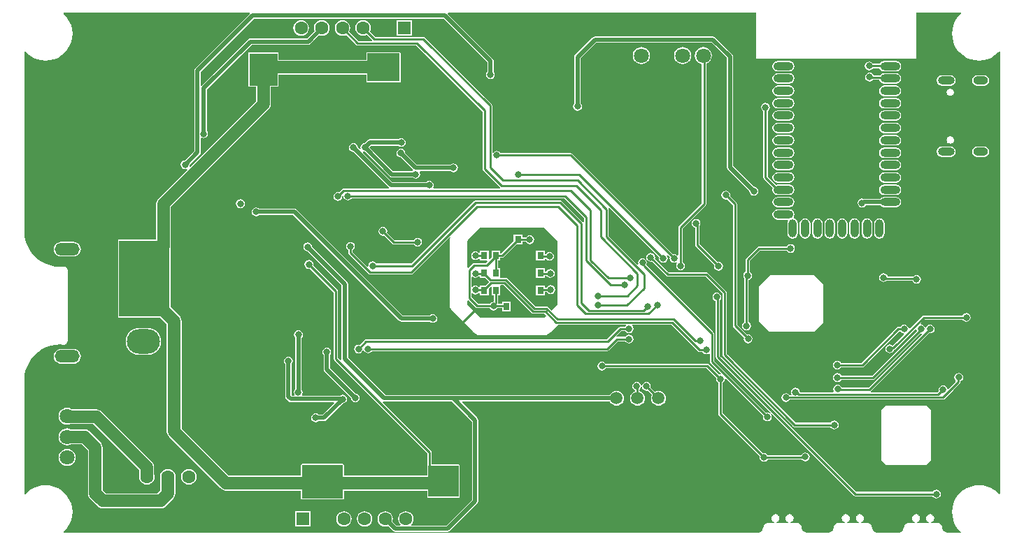
<source format=gbl>
G04*
G04 #@! TF.GenerationSoftware,Altium Limited,Altium Designer,20.1.11 (218)*
G04*
G04 Layer_Physical_Order=2*
G04 Layer_Color=16711680*
%FSLAX25Y25*%
%MOIN*%
G70*
G04*
G04 #@! TF.SameCoordinates,8D0FCBAB-09EC-4A3B-B863-23265075E7EF*
G04*
G04*
G04 #@! TF.FilePolarity,Positive*
G04*
G01*
G75*
%ADD10C,0.01000*%
%ADD26C,0.05906*%
%ADD30R,0.03150X0.03543*%
%ADD112C,0.02000*%
%ADD113C,0.06000*%
%ADD114C,0.01500*%
%ADD117R,0.11600X0.13400*%
%ADD118O,0.15748X0.11811*%
%ADD119O,0.11811X0.05906*%
%ADD120C,0.07087*%
%ADD121R,0.06299X0.06299*%
%ADD122C,0.06299*%
%ADD123O,0.07870X0.03940*%
%ADD124O,0.07090X0.03940*%
%ADD125C,0.03150*%
%ADD126C,0.02400*%
%ADD127O,0.09449X0.03937*%
%ADD128O,0.03937X0.08661*%
%ADD129R,0.08500X0.08600*%
%ADD130R,0.21100X0.15600*%
%ADD131R,0.19300X0.15900*%
%ADD132R,0.14500X0.14800*%
%ADD133R,0.15300X0.13400*%
%ADD134R,0.13400X0.15300*%
%ADD135R,0.24200X0.36400*%
G36*
X213906Y123731D02*
X213354Y123260D01*
X212045Y121727D01*
X210991Y120007D01*
X210219Y118144D01*
X209749Y116183D01*
X209590Y114173D01*
X209749Y112163D01*
X210219Y110202D01*
X210991Y108339D01*
X212045Y106620D01*
X213354Y105087D01*
X214887Y103777D01*
X216607Y102723D01*
X218470Y101952D01*
X220431Y101481D01*
X222441Y101323D01*
X224451Y101481D01*
X226412Y101952D01*
X228275Y102723D01*
X229994Y103777D01*
X231528Y105087D01*
X231999Y105638D01*
X232468Y105465D01*
X232468Y-105465D01*
X231999Y-105638D01*
X231528Y-105087D01*
X229994Y-103777D01*
X228275Y-102723D01*
X226412Y-101952D01*
X224451Y-101481D01*
X222441Y-101323D01*
X220431Y-101481D01*
X218470Y-101952D01*
X216607Y-102723D01*
X214887Y-103777D01*
X213354Y-105087D01*
X212045Y-106620D01*
X210991Y-108339D01*
X210219Y-110202D01*
X209749Y-112163D01*
X209590Y-114173D01*
X209749Y-116183D01*
X210219Y-118144D01*
X210991Y-120007D01*
X212045Y-121727D01*
X213354Y-123260D01*
X213924Y-123747D01*
X213751Y-124216D01*
X208791D01*
X208689Y-124216D01*
X208191Y-124211D01*
X207706Y-124197D01*
X207188Y-124129D01*
X206432Y-123816D01*
X205783Y-123318D01*
X205284Y-122668D01*
X204971Y-121912D01*
X204881Y-121228D01*
X204870Y-121229D01*
X204749Y-120619D01*
X204362Y-120040D01*
X203783Y-119653D01*
X203100Y-119517D01*
X199662D01*
X199632Y-119030D01*
X200139Y-118820D01*
X200215Y-118744D01*
X200314Y-118703D01*
X200703Y-118314D01*
X200744Y-118215D01*
X200820Y-118139D01*
X201030Y-117632D01*
Y-117524D01*
X201071Y-117424D01*
Y-116876D01*
X201030Y-116776D01*
Y-116668D01*
X200820Y-116161D01*
X200744Y-116085D01*
X200703Y-115986D01*
X200314Y-115597D01*
X200215Y-115556D01*
X200139Y-115480D01*
X199632Y-115270D01*
X199524D01*
X199425Y-115229D01*
X198875D01*
X198776Y-115270D01*
X198668D01*
X198161Y-115480D01*
X198085Y-115556D01*
X197986Y-115597D01*
X197597Y-115986D01*
X197556Y-116085D01*
X197480Y-116161D01*
X197270Y-116668D01*
Y-116776D01*
X197229Y-116876D01*
Y-117424D01*
X197270Y-117524D01*
Y-117632D01*
X197480Y-118139D01*
X197556Y-118215D01*
X197597Y-118314D01*
X197986Y-118703D01*
X198085Y-118744D01*
X198161Y-118820D01*
X198668Y-119030D01*
X198638Y-119517D01*
X192962D01*
X192932Y-119030D01*
X193439Y-118820D01*
X193515Y-118744D01*
X193614Y-118703D01*
X194003Y-118314D01*
X194044Y-118215D01*
X194120Y-118139D01*
X194330Y-117632D01*
Y-117524D01*
X194371Y-117424D01*
Y-116876D01*
X194330Y-116776D01*
Y-116668D01*
X194120Y-116161D01*
X194044Y-116085D01*
X194003Y-115986D01*
X193614Y-115597D01*
X193515Y-115556D01*
X193439Y-115480D01*
X192932Y-115270D01*
X192824D01*
X192725Y-115229D01*
X192175D01*
X192076Y-115270D01*
X191968D01*
X191461Y-115480D01*
X191385Y-115556D01*
X191286Y-115597D01*
X190897Y-115986D01*
X190856Y-116085D01*
X190780Y-116161D01*
X190570Y-116668D01*
Y-116776D01*
X190529Y-116876D01*
Y-117424D01*
X190570Y-117524D01*
Y-117632D01*
X190780Y-118139D01*
X190856Y-118215D01*
X190897Y-118314D01*
X191286Y-118703D01*
X191385Y-118744D01*
X191461Y-118820D01*
X191968Y-119030D01*
X191938Y-119517D01*
X188500D01*
X187817Y-119653D01*
X187238Y-120040D01*
X186852Y-120619D01*
X186730Y-121229D01*
X186719Y-121228D01*
X186629Y-121912D01*
X186316Y-122668D01*
X185818Y-123318D01*
X185168Y-123816D01*
X184412Y-124129D01*
X183894Y-124197D01*
X183410Y-124211D01*
X182911Y-124216D01*
X182808Y-124216D01*
X175292D01*
X175189Y-124216D01*
X174691Y-124211D01*
X174206Y-124197D01*
X173688Y-124129D01*
X172932Y-123816D01*
X172283Y-123318D01*
X171784Y-122668D01*
X171471Y-121912D01*
X171381Y-121228D01*
X171370Y-121229D01*
X171248Y-120619D01*
X170862Y-120040D01*
X170283Y-119653D01*
X169600Y-119517D01*
X166162D01*
X166132Y-119030D01*
X166639Y-118820D01*
X166715Y-118744D01*
X166814Y-118703D01*
X167203Y-118314D01*
X167244Y-118215D01*
X167320Y-118139D01*
X167530Y-117632D01*
Y-117524D01*
X167571Y-117424D01*
Y-116876D01*
X167530Y-116776D01*
Y-116668D01*
X167320Y-116161D01*
X167244Y-116085D01*
X167203Y-115986D01*
X166814Y-115597D01*
X166715Y-115556D01*
X166639Y-115480D01*
X166132Y-115270D01*
X166024D01*
X165925Y-115229D01*
X165375D01*
X165276Y-115270D01*
X165168D01*
X164661Y-115480D01*
X164585Y-115556D01*
X164486Y-115597D01*
X164097Y-115986D01*
X164056Y-116085D01*
X163980Y-116161D01*
X163770Y-116668D01*
Y-116776D01*
X163729Y-116876D01*
Y-117424D01*
X163770Y-117524D01*
Y-117632D01*
X163980Y-118139D01*
X164056Y-118215D01*
X164097Y-118314D01*
X164486Y-118703D01*
X164585Y-118744D01*
X164661Y-118820D01*
X165168Y-119030D01*
X165138Y-119517D01*
X159462D01*
X159432Y-119030D01*
X159939Y-118820D01*
X160015Y-118744D01*
X160114Y-118703D01*
X160503Y-118314D01*
X160544Y-118215D01*
X160620Y-118139D01*
X160830Y-117632D01*
Y-117524D01*
X160871Y-117424D01*
Y-116876D01*
X160830Y-116776D01*
Y-116668D01*
X160620Y-116161D01*
X160544Y-116085D01*
X160503Y-115986D01*
X160114Y-115597D01*
X160015Y-115556D01*
X159939Y-115480D01*
X159432Y-115270D01*
X159324D01*
X159224Y-115229D01*
X158676D01*
X158576Y-115270D01*
X158468D01*
X157961Y-115480D01*
X157885Y-115556D01*
X157786Y-115597D01*
X157397Y-115986D01*
X157356Y-116085D01*
X157280Y-116161D01*
X157070Y-116668D01*
Y-116776D01*
X157029Y-116876D01*
Y-117424D01*
X157070Y-117524D01*
Y-117632D01*
X157280Y-118139D01*
X157356Y-118215D01*
X157397Y-118314D01*
X157786Y-118703D01*
X157885Y-118744D01*
X157961Y-118820D01*
X158468Y-119030D01*
X158438Y-119517D01*
X155000D01*
X154317Y-119653D01*
X153738Y-120040D01*
X153351Y-120619D01*
X153230Y-121229D01*
X153219Y-121228D01*
X153129Y-121912D01*
X152816Y-122668D01*
X152318Y-123318D01*
X151668Y-123816D01*
X150912Y-124129D01*
X150393Y-124197D01*
X149909Y-124211D01*
X149411Y-124216D01*
X149309Y-124216D01*
X141791D01*
X141689Y-124216D01*
X141191Y-124211D01*
X140707Y-124197D01*
X140188Y-124129D01*
X139432Y-123816D01*
X138783Y-123318D01*
X138284Y-122668D01*
X137971Y-121912D01*
X137881Y-121228D01*
X137870Y-121229D01*
X137749Y-120619D01*
X137362Y-120040D01*
X136783Y-119653D01*
X136100Y-119517D01*
X132662D01*
X132632Y-119030D01*
X133139Y-118820D01*
X133215Y-118744D01*
X133314Y-118703D01*
X133703Y-118314D01*
X133744Y-118215D01*
X133820Y-118139D01*
X134030Y-117632D01*
Y-117524D01*
X134071Y-117424D01*
Y-116876D01*
X134030Y-116776D01*
Y-116668D01*
X133820Y-116161D01*
X133744Y-116085D01*
X133703Y-115986D01*
X133314Y-115597D01*
X133215Y-115556D01*
X133139Y-115480D01*
X132632Y-115270D01*
X132524D01*
X132424Y-115229D01*
X131876D01*
X131776Y-115270D01*
X131668D01*
X131161Y-115480D01*
X131085Y-115556D01*
X130986Y-115597D01*
X130597Y-115986D01*
X130556Y-116085D01*
X130480Y-116161D01*
X130270Y-116668D01*
Y-116776D01*
X130229Y-116876D01*
Y-117424D01*
X130270Y-117524D01*
Y-117632D01*
X130480Y-118139D01*
X130556Y-118215D01*
X130597Y-118314D01*
X130986Y-118703D01*
X131085Y-118744D01*
X131161Y-118820D01*
X131668Y-119030D01*
X131638Y-119517D01*
X125962D01*
X125932Y-119030D01*
X126439Y-118820D01*
X126515Y-118744D01*
X126614Y-118703D01*
X127003Y-118314D01*
X127044Y-118215D01*
X127120Y-118139D01*
X127330Y-117632D01*
Y-117524D01*
X127371Y-117424D01*
Y-116876D01*
X127330Y-116776D01*
Y-116668D01*
X127120Y-116161D01*
X127044Y-116085D01*
X127003Y-115986D01*
X126614Y-115597D01*
X126515Y-115556D01*
X126439Y-115480D01*
X125932Y-115270D01*
X125824D01*
X125724Y-115229D01*
X125175D01*
X125076Y-115270D01*
X124968D01*
X124461Y-115480D01*
X124385Y-115556D01*
X124286Y-115597D01*
X123897Y-115986D01*
X123856Y-116085D01*
X123780Y-116161D01*
X123570Y-116668D01*
Y-116776D01*
X123529Y-116876D01*
Y-117424D01*
X123570Y-117524D01*
Y-117632D01*
X123780Y-118139D01*
X123856Y-118215D01*
X123897Y-118314D01*
X124286Y-118703D01*
X124385Y-118744D01*
X124461Y-118820D01*
X124968Y-119030D01*
X124938Y-119517D01*
X121500D01*
X120817Y-119653D01*
X120238Y-120040D01*
X119852Y-120619D01*
X119730Y-121229D01*
X119719Y-121228D01*
X119629Y-121912D01*
X119316Y-122668D01*
X118817Y-123318D01*
X118168Y-123816D01*
X117412Y-124129D01*
X116893Y-124197D01*
X116410Y-124211D01*
X116284Y-124200D01*
X115917Y-124200D01*
X-213733Y-124200D01*
X-213906Y-123731D01*
X-213354Y-123260D01*
X-212045Y-121727D01*
X-210991Y-120007D01*
X-210219Y-118144D01*
X-209749Y-116183D01*
X-209590Y-114173D01*
X-209749Y-112163D01*
X-210219Y-110202D01*
X-210991Y-108339D01*
X-212045Y-106620D01*
X-213354Y-105087D01*
X-214887Y-103777D01*
X-216607Y-102723D01*
X-218470Y-101952D01*
X-220431Y-101481D01*
X-222441Y-101323D01*
X-224451Y-101481D01*
X-226412Y-101952D01*
X-228275Y-102723D01*
X-229994Y-103777D01*
X-231528Y-105087D01*
X-231999Y-105638D01*
X-232468Y-105465D01*
Y-49921D01*
X-232412Y-49073D01*
X-231977Y-46885D01*
X-231260Y-44772D01*
X-230273Y-42771D01*
X-229033Y-40916D01*
X-227562Y-39238D01*
X-225884Y-37767D01*
X-224029Y-36527D01*
X-222028Y-35540D01*
X-219915Y-34823D01*
X-217726Y-34388D01*
X-215500Y-34242D01*
X-213802Y-34353D01*
X-213802Y-34353D01*
X-213623Y-34357D01*
X-213335Y-34299D01*
X-212940Y-34221D01*
X-212361Y-33834D01*
X-211975Y-33255D01*
X-211839Y-32572D01*
X-211842Y-32554D01*
X-211831Y-32500D01*
Y1100D01*
X-211842Y1154D01*
X-211839Y1172D01*
X-211975Y1855D01*
X-212361Y2434D01*
X-212940Y2821D01*
X-213335Y2899D01*
X-213623Y2957D01*
X-213802Y2953D01*
X-213802Y2953D01*
X-215500Y2842D01*
X-217726Y2988D01*
X-219915Y3423D01*
X-222028Y4140D01*
X-224029Y5127D01*
X-225884Y6367D01*
X-227562Y7838D01*
X-229033Y9516D01*
X-230273Y11371D01*
X-231260Y13372D01*
X-231977Y15485D01*
X-232412Y17673D01*
X-232491Y18881D01*
X-232468Y19000D01*
Y105465D01*
X-231999Y105638D01*
X-231528Y105087D01*
X-229994Y103777D01*
X-228275Y102723D01*
X-226412Y101952D01*
X-224451Y101481D01*
X-222441Y101323D01*
X-220431Y101481D01*
X-218470Y101952D01*
X-216607Y102723D01*
X-214887Y103777D01*
X-213354Y105087D01*
X-212045Y106620D01*
X-210991Y108339D01*
X-210219Y110202D01*
X-209749Y112163D01*
X-209590Y114173D01*
X-209749Y116183D01*
X-210219Y118144D01*
X-210991Y120007D01*
X-212045Y121727D01*
X-213354Y123260D01*
X-213906Y123731D01*
X-213732Y124200D01*
X-125270Y124200D01*
X-125063Y123700D01*
X-151081Y97681D01*
X-151413Y97185D01*
X-151529Y96600D01*
Y58134D01*
X-155959Y53704D01*
X-156710Y53554D01*
X-157396Y53096D01*
X-157854Y52410D01*
X-158016Y51600D01*
X-157854Y50790D01*
X-157396Y50104D01*
X-156710Y49646D01*
X-155900Y49485D01*
X-155170Y49630D01*
X-154984Y49435D01*
X-154875Y49217D01*
X-168696Y35396D01*
X-169257Y34665D01*
X-169610Y33814D01*
X-169730Y32900D01*
Y16041D01*
X-187400D01*
X-187783Y15883D01*
X-187941Y15500D01*
Y-20900D01*
X-187783Y-21283D01*
X-187400Y-21441D01*
X-167651D01*
X-164630Y-24462D01*
Y-75800D01*
X-164510Y-76714D01*
X-164157Y-77565D01*
X-163596Y-78296D01*
X-138996Y-102896D01*
X-138265Y-103457D01*
X-137414Y-103810D01*
X-136500Y-103930D01*
X-100641D01*
Y-107700D01*
X-100483Y-108083D01*
X-100100Y-108241D01*
X-80800D01*
X-80417Y-108083D01*
X-80259Y-107700D01*
Y-103930D01*
X-40541D01*
Y-106900D01*
X-40383Y-107283D01*
X-40000Y-107441D01*
X-25500D01*
X-25117Y-107283D01*
X-24959Y-106900D01*
Y-92100D01*
X-25117Y-91717D01*
X-25500Y-91559D01*
X-38480D01*
Y-85600D01*
X-38558Y-85210D01*
X-38779Y-84879D01*
X-61735Y-61923D01*
X-61720Y-61816D01*
X-61158Y-61418D01*
X-61100Y-61429D01*
X-28734D01*
X-19229Y-70934D01*
Y-108466D01*
X-31383Y-120620D01*
X-47993D01*
X-48154Y-120147D01*
X-48097Y-120103D01*
X-47512Y-119341D01*
X-47144Y-118453D01*
X-47019Y-117500D01*
X-47144Y-116547D01*
X-47512Y-115659D01*
X-48097Y-114897D01*
X-48859Y-114312D01*
X-49747Y-113944D01*
X-50700Y-113819D01*
X-51653Y-113944D01*
X-52540Y-114312D01*
X-53303Y-114897D01*
X-53888Y-115659D01*
X-54256Y-116547D01*
X-54381Y-117500D01*
X-54256Y-118453D01*
X-53888Y-119341D01*
X-53303Y-120103D01*
X-53246Y-120147D01*
X-53407Y-120620D01*
X-55259D01*
X-57116Y-118764D01*
X-56987Y-118453D01*
X-56861Y-117500D01*
X-56987Y-116547D01*
X-57354Y-115659D01*
X-57939Y-114897D01*
X-58702Y-114312D01*
X-59590Y-113944D01*
X-60542Y-113819D01*
X-61495Y-113944D01*
X-62383Y-114312D01*
X-63145Y-114897D01*
X-63730Y-115659D01*
X-64098Y-116547D01*
X-64223Y-117500D01*
X-64098Y-118453D01*
X-63730Y-119341D01*
X-63145Y-120103D01*
X-62383Y-120688D01*
X-61495Y-121056D01*
X-60542Y-121181D01*
X-59590Y-121056D01*
X-59279Y-120927D01*
X-56974Y-123231D01*
X-56478Y-123563D01*
X-55893Y-123679D01*
X-30750D01*
X-30164Y-123563D01*
X-29668Y-123231D01*
X-16619Y-110181D01*
X-16287Y-109685D01*
X-16171Y-109100D01*
Y-70300D01*
X-16287Y-69715D01*
X-16619Y-69219D01*
X-23946Y-61891D01*
X-23754Y-61429D01*
X46596D01*
X46684Y-61641D01*
X47238Y-62362D01*
X47959Y-62916D01*
X48799Y-63264D01*
X49700Y-63383D01*
X50601Y-63264D01*
X51441Y-62916D01*
X52162Y-62362D01*
X52716Y-61641D01*
X53064Y-60801D01*
X53183Y-59900D01*
X53064Y-58999D01*
X52716Y-58159D01*
X52162Y-57437D01*
X51441Y-56884D01*
X50601Y-56536D01*
X49700Y-56418D01*
X48799Y-56536D01*
X47959Y-56884D01*
X47238Y-57437D01*
X46684Y-58159D01*
X46596Y-58371D01*
X-60466D01*
X-78271Y-40567D01*
Y-5300D01*
X-78387Y-4715D01*
X-78719Y-4219D01*
X-95396Y12459D01*
X-95546Y13209D01*
X-96004Y13896D01*
X-96690Y14354D01*
X-97500Y14515D01*
X-98310Y14354D01*
X-98996Y13896D01*
X-99454Y13209D01*
X-99615Y12400D01*
X-99454Y11590D01*
X-98996Y10904D01*
X-98310Y10446D01*
X-97559Y10296D01*
X-81329Y-5934D01*
Y-41200D01*
X-81318Y-41258D01*
X-81716Y-41820D01*
X-81823Y-41835D01*
X-82980Y-40678D01*
Y-8900D01*
X-83058Y-8510D01*
X-83279Y-8179D01*
X-94896Y3438D01*
X-94785Y4000D01*
X-94946Y4810D01*
X-95404Y5496D01*
X-96090Y5954D01*
X-96900Y6115D01*
X-97710Y5954D01*
X-98396Y5496D01*
X-98854Y4810D01*
X-99015Y4000D01*
X-98854Y3190D01*
X-98396Y2504D01*
X-97710Y2046D01*
X-96900Y1885D01*
X-96338Y1996D01*
X-85020Y-9322D01*
Y-41100D01*
X-84942Y-41490D01*
X-84721Y-41821D01*
X-40520Y-86022D01*
Y-92048D01*
X-40541Y-92100D01*
Y-96870D01*
X-80259D01*
Y-91800D01*
X-80417Y-91417D01*
X-80800Y-91259D01*
X-100100D01*
X-100483Y-91417D01*
X-100641Y-91800D01*
Y-96870D01*
X-135038D01*
X-157570Y-74338D01*
Y-23000D01*
X-157690Y-22086D01*
X-158043Y-21235D01*
X-158604Y-20504D01*
X-162659Y-16449D01*
Y15500D01*
X-162670Y15527D01*
Y31438D01*
X-116077Y78031D01*
X-115516Y78762D01*
X-115163Y79613D01*
X-115043Y80527D01*
Y88859D01*
X-111900D01*
X-111517Y89017D01*
X-111359Y89400D01*
Y94670D01*
X-69541D01*
Y91400D01*
X-69383Y91017D01*
X-69000Y90859D01*
X-53700D01*
X-53317Y91017D01*
X-53159Y91400D01*
Y104800D01*
X-53317Y105183D01*
X-53700Y105341D01*
X-69000D01*
X-69383Y105183D01*
X-69541Y104800D01*
Y101730D01*
X-111359D01*
Y104700D01*
X-111517Y105083D01*
X-111900Y105241D01*
X-125300D01*
X-125683Y105083D01*
X-125841Y104700D01*
Y89400D01*
X-125683Y89017D01*
X-125300Y88859D01*
X-122104D01*
Y81989D01*
X-153517Y50575D01*
X-153735Y50684D01*
X-153930Y50870D01*
X-153796Y51541D01*
X-148919Y56419D01*
X-148587Y56915D01*
X-148471Y57500D01*
Y64290D01*
X-148030Y64526D01*
X-147909Y64446D01*
X-147100Y64285D01*
X-146291Y64446D01*
X-145604Y64904D01*
X-145146Y65590D01*
X-144984Y66400D01*
X-145146Y67210D01*
X-145571Y67846D01*
Y87467D01*
X-124167Y108871D01*
X-97264D01*
X-96678Y108987D01*
X-96182Y109319D01*
X-92028Y113473D01*
X-91716Y113344D01*
X-90764Y113219D01*
X-89811Y113344D01*
X-88923Y113712D01*
X-88161Y114297D01*
X-87576Y115059D01*
X-87208Y115947D01*
X-87083Y116900D01*
X-87208Y117853D01*
X-87576Y118740D01*
X-88161Y119503D01*
X-88923Y120088D01*
X-89811Y120456D01*
X-90764Y120581D01*
X-91716Y120456D01*
X-92604Y120088D01*
X-93367Y119503D01*
X-93952Y118740D01*
X-94319Y117853D01*
X-94445Y116900D01*
X-94319Y115947D01*
X-94191Y115636D01*
X-97897Y111929D01*
X-124800D01*
X-125385Y111813D01*
X-125881Y111481D01*
X-147971Y89392D01*
X-148471Y89599D01*
Y95967D01*
X-123167Y121271D01*
X-32634D01*
X-11929Y100566D01*
Y96046D01*
X-12354Y95410D01*
X-12515Y94600D01*
X-12354Y93790D01*
X-11896Y93104D01*
X-11210Y92646D01*
X-10400Y92485D01*
X-9590Y92646D01*
X-8904Y93104D01*
X-8446Y93790D01*
X-8285Y94600D01*
X-8446Y95410D01*
X-8871Y96046D01*
Y101200D01*
X-8987Y101785D01*
X-9319Y102281D01*
X-30737Y123700D01*
X-30530Y124200D01*
X116292Y124200D01*
Y102216D01*
X192508D01*
Y124200D01*
X213733D01*
X213906Y123731D01*
D02*
G37*
%LPC*%
G36*
X-47744Y120550D02*
X-55043D01*
Y113250D01*
X-47744D01*
Y120550D01*
D02*
G37*
G36*
X-100606Y120581D02*
X-101559Y120456D01*
X-102447Y120088D01*
X-103209Y119503D01*
X-103794Y118740D01*
X-104162Y117853D01*
X-104287Y116900D01*
X-104162Y115947D01*
X-103794Y115059D01*
X-103209Y114297D01*
X-102447Y113712D01*
X-101559Y113344D01*
X-100606Y113219D01*
X-99653Y113344D01*
X-98765Y113712D01*
X-98003Y114297D01*
X-97418Y115059D01*
X-97050Y115947D01*
X-96925Y116900D01*
X-97050Y117853D01*
X-97418Y118740D01*
X-98003Y119503D01*
X-98765Y120088D01*
X-99653Y120456D01*
X-100606Y120581D01*
D02*
G37*
G36*
X-71078D02*
X-72031Y120456D01*
X-72919Y120088D01*
X-73681Y119503D01*
X-74266Y118740D01*
X-74634Y117853D01*
X-74760Y116900D01*
X-74634Y115947D01*
X-74266Y115059D01*
X-73681Y114297D01*
X-72919Y113712D01*
X-72031Y113344D01*
X-71078Y113219D01*
X-70126Y113344D01*
X-69305Y113684D01*
X-66740Y111120D01*
X-66947Y110620D01*
X-73199D01*
X-77706Y115126D01*
X-77365Y115947D01*
X-77240Y116900D01*
X-77365Y117853D01*
X-77733Y118740D01*
X-78318Y119503D01*
X-79081Y120088D01*
X-79968Y120456D01*
X-80921Y120581D01*
X-81874Y120456D01*
X-82762Y120088D01*
X-83524Y119503D01*
X-84109Y118740D01*
X-84477Y117853D01*
X-84602Y116900D01*
X-84477Y115947D01*
X-84109Y115059D01*
X-83524Y114297D01*
X-82762Y113712D01*
X-81874Y113344D01*
X-80921Y113219D01*
X-79968Y113344D01*
X-79147Y113684D01*
X-74342Y108879D01*
X-74011Y108658D01*
X-73621Y108580D01*
X-45822D01*
X-14270Y77028D01*
Y49550D01*
X-14192Y49160D01*
X-13971Y48829D01*
X-5936Y40794D01*
X-5939Y40729D01*
X-6096Y40294D01*
X-37424D01*
X-37691Y40794D01*
X-37527Y41040D01*
X-37366Y41850D01*
X-37527Y42659D01*
X-37986Y43345D01*
X-38672Y43804D01*
X-39482Y43965D01*
X-40291Y43804D01*
X-40927Y43379D01*
X-57116D01*
X-71110Y57373D01*
X-70996Y57915D01*
X-70967Y57937D01*
X-70259Y57796D01*
X-58434Y45971D01*
X-57938Y45639D01*
X-57352Y45523D01*
X-47397D01*
X-46761Y45098D01*
X-45952Y44937D01*
X-45142Y45098D01*
X-44456Y45557D01*
X-43997Y46243D01*
X-43836Y47052D01*
X-43997Y47862D01*
X-44155Y48098D01*
X-43888Y48598D01*
X-29486D01*
X-28810Y48146D01*
X-28000Y47985D01*
X-27190Y48146D01*
X-26504Y48604D01*
X-26046Y49290D01*
X-25885Y50100D01*
X-26046Y50910D01*
X-26504Y51596D01*
X-27190Y52054D01*
X-28000Y52215D01*
X-28810Y52054D01*
X-29405Y51657D01*
X-45394D01*
X-50996Y57259D01*
X-51146Y58010D01*
X-51604Y58696D01*
X-52290Y59154D01*
X-53100Y59315D01*
X-53910Y59154D01*
X-54596Y58696D01*
X-55054Y58010D01*
X-55215Y57200D01*
X-55054Y56390D01*
X-54596Y55704D01*
X-53910Y55246D01*
X-53159Y55096D01*
X-47307Y49244D01*
X-47320Y48633D01*
X-47397Y48582D01*
X-56719D01*
X-68037Y59900D01*
X-67248Y60689D01*
X-54275D01*
X-53639Y60264D01*
X-52829Y60103D01*
X-52020Y60264D01*
X-51333Y60722D01*
X-50875Y61409D01*
X-50714Y62218D01*
X-50875Y63028D01*
X-51333Y63714D01*
X-52020Y64173D01*
X-52829Y64334D01*
X-53639Y64173D01*
X-54275Y63748D01*
X-67882D01*
X-68467Y63631D01*
X-68963Y63300D01*
X-70259Y62004D01*
X-71010Y61854D01*
X-71696Y61396D01*
X-72154Y60710D01*
X-72315Y59900D01*
X-72163Y59133D01*
X-72185Y59104D01*
X-72727Y58990D01*
X-73596Y59859D01*
X-73746Y60610D01*
X-74204Y61296D01*
X-74890Y61754D01*
X-75700Y61915D01*
X-76510Y61754D01*
X-77196Y61296D01*
X-77654Y60610D01*
X-77815Y59800D01*
X-77654Y58990D01*
X-77196Y58304D01*
X-76510Y57846D01*
X-75759Y57696D01*
X-58857Y40794D01*
X-58866Y40683D01*
X-59022Y40294D01*
X-80325D01*
X-80715Y40217D01*
X-81046Y39996D01*
X-82538Y38504D01*
X-83100Y38615D01*
X-83910Y38454D01*
X-84596Y37996D01*
X-85054Y37310D01*
X-85215Y36500D01*
X-85054Y35690D01*
X-84596Y35004D01*
X-83910Y34546D01*
X-83100Y34385D01*
X-82290Y34546D01*
X-81604Y35004D01*
X-81146Y35690D01*
X-81055Y36143D01*
X-80984Y36500D01*
X-80495Y36595D01*
X-80354Y35890D01*
X-79896Y35204D01*
X-79210Y34746D01*
X-78400Y34585D01*
X-77590Y34746D01*
X-76904Y35204D01*
X-76586Y35680D01*
X24778D01*
X34180Y26278D01*
Y24284D01*
X33680Y24132D01*
X33621Y24221D01*
X23521Y34321D01*
X23190Y34542D01*
X22800Y34620D01*
X-17500D01*
X-17890Y34542D01*
X-18221Y34321D01*
X-48122Y4420D01*
X-64686D01*
X-65004Y4896D01*
X-65690Y5354D01*
X-66500Y5515D01*
X-67310Y5354D01*
X-67996Y4896D01*
X-68454Y4210D01*
X-68615Y3400D01*
X-68582Y3231D01*
X-69043Y2984D01*
X-76006Y9947D01*
Y10836D01*
X-75604Y11104D01*
X-75146Y11790D01*
X-74985Y12600D01*
X-75146Y13409D01*
X-75604Y14096D01*
X-76290Y14554D01*
X-77100Y14716D01*
X-77910Y14554D01*
X-78596Y14096D01*
X-79054Y13409D01*
X-79215Y12600D01*
X-79054Y11790D01*
X-78596Y11104D01*
X-78045Y10736D01*
Y9525D01*
X-77967Y9135D01*
X-77746Y8804D01*
X-68421Y-521D01*
X-68090Y-742D01*
X-67700Y-820D01*
X-48200D01*
X-47810Y-742D01*
X-47479Y-521D01*
X-29860Y17098D01*
X-29436Y16815D01*
X-29633Y16339D01*
X-29776Y15256D01*
X-29760D01*
Y0D01*
Y-15256D01*
X-29776D01*
X-29633Y-16339D01*
X-29215Y-17349D01*
X-28550Y-18215D01*
X-28548Y-18248D01*
X-28550Y-18250D01*
X-18687Y-28113D01*
X-18350Y-28450D01*
X-18160Y-28594D01*
X-17970Y-28739D01*
X-17821Y-28852D01*
X-17349Y-29215D01*
X-16339Y-29633D01*
X-15256Y-29776D01*
Y-29760D01*
X15256D01*
Y-29776D01*
X16339Y-29633D01*
X17349Y-29215D01*
X18215Y-28550D01*
X18248Y-28548D01*
X18250Y-28550D01*
X22180Y-24620D01*
X54179D01*
X54331Y-25120D01*
X54204Y-25204D01*
X53886Y-25680D01*
X51500D01*
X51110Y-25758D01*
X50779Y-25979D01*
X44978Y-31780D01*
X-69652D01*
X-70042Y-31858D01*
X-70373Y-32079D01*
X-72714Y-34420D01*
X-73276Y-34309D01*
X-74085Y-34470D01*
X-74772Y-34928D01*
X-75230Y-35614D01*
X-75391Y-36424D01*
X-75230Y-37234D01*
X-74772Y-37920D01*
X-74085Y-38378D01*
X-73276Y-38539D01*
X-72466Y-38378D01*
X-71780Y-37920D01*
X-71321Y-37234D01*
X-71231Y-36776D01*
X-70721D01*
X-70654Y-37110D01*
X-70196Y-37796D01*
X-69510Y-38254D01*
X-68700Y-38415D01*
X-67890Y-38254D01*
X-67204Y-37796D01*
X-66886Y-37320D01*
X45200D01*
X45590Y-37242D01*
X45921Y-37021D01*
X50322Y-32620D01*
X53886D01*
X54204Y-33096D01*
X54890Y-33554D01*
X55700Y-33715D01*
X56510Y-33554D01*
X57196Y-33096D01*
X57654Y-32410D01*
X57815Y-31600D01*
X57654Y-30790D01*
X57196Y-30104D01*
X56510Y-29646D01*
X55700Y-29485D01*
X54890Y-29646D01*
X54204Y-30104D01*
X53886Y-30580D01*
X49900D01*
X49736Y-30613D01*
X49490Y-30152D01*
X51922Y-27720D01*
X53886D01*
X54204Y-28196D01*
X54890Y-28654D01*
X55700Y-28815D01*
X56510Y-28654D01*
X57196Y-28196D01*
X57654Y-27510D01*
X57815Y-26700D01*
X57654Y-25890D01*
X57196Y-25204D01*
X57069Y-25120D01*
X57221Y-24620D01*
X75756D01*
X88558Y-37421D01*
X88889Y-37642D01*
X89279Y-37720D01*
X90686D01*
X91004Y-38196D01*
X91690Y-38654D01*
X92500Y-38815D01*
X93310Y-38654D01*
X93680Y-38407D01*
X94180Y-38674D01*
Y-42400D01*
X94258Y-42790D01*
X94479Y-43121D01*
X99491Y-48133D01*
X99244Y-48593D01*
X99200Y-48585D01*
X98638Y-48696D01*
X93721Y-43779D01*
X93390Y-43558D01*
X93000Y-43480D01*
X44614D01*
X44296Y-43004D01*
X43610Y-42546D01*
X42800Y-42385D01*
X41990Y-42546D01*
X41304Y-43004D01*
X40846Y-43690D01*
X40685Y-44500D01*
X40846Y-45310D01*
X41304Y-45996D01*
X41990Y-46454D01*
X42800Y-46615D01*
X43610Y-46454D01*
X44296Y-45996D01*
X44614Y-45520D01*
X92578D01*
X97196Y-50138D01*
X97085Y-50700D01*
X97246Y-51510D01*
X97704Y-52196D01*
X98180Y-52514D01*
Y-67300D01*
X98258Y-67690D01*
X98479Y-68021D01*
X117996Y-87538D01*
X117885Y-88100D01*
X118046Y-88910D01*
X118504Y-89596D01*
X119191Y-90054D01*
X120000Y-90215D01*
X120809Y-90054D01*
X121496Y-89596D01*
X121881Y-89020D01*
X137853D01*
X138104Y-89396D01*
X138791Y-89854D01*
X139600Y-90015D01*
X140410Y-89854D01*
X141096Y-89396D01*
X141554Y-88710D01*
X141716Y-87900D01*
X141554Y-87090D01*
X141096Y-86404D01*
X140410Y-85946D01*
X139600Y-85785D01*
X138791Y-85946D01*
X138104Y-86404D01*
X137719Y-86980D01*
X121747D01*
X121496Y-86604D01*
X120809Y-86146D01*
X120000Y-85985D01*
X119438Y-86096D01*
X100220Y-66878D01*
Y-52514D01*
X100696Y-52196D01*
X101154Y-51510D01*
X101315Y-50700D01*
X101307Y-50656D01*
X101767Y-50409D01*
X119596Y-68238D01*
X119484Y-68800D01*
X119646Y-69610D01*
X120104Y-70296D01*
X120791Y-70754D01*
X121600Y-70915D01*
X122409Y-70754D01*
X123096Y-70296D01*
X123554Y-69610D01*
X123715Y-68800D01*
X123554Y-67990D01*
X123281Y-67581D01*
X123178Y-67427D01*
X123566Y-67108D01*
X162779Y-106321D01*
X163110Y-106542D01*
X163500Y-106620D01*
X200286D01*
X200604Y-107096D01*
X201290Y-107554D01*
X202100Y-107715D01*
X202909Y-107554D01*
X203596Y-107096D01*
X204054Y-106410D01*
X204216Y-105600D01*
X204054Y-104790D01*
X203596Y-104104D01*
X202909Y-103646D01*
X202100Y-103484D01*
X201290Y-103646D01*
X200604Y-104104D01*
X200286Y-104580D01*
X163922D01*
X99020Y-39678D01*
Y-13161D01*
X98988Y-13001D01*
X98996Y-12996D01*
X99454Y-12310D01*
X99615Y-11500D01*
X99454Y-10690D01*
X98996Y-10004D01*
X98310Y-9546D01*
X97500Y-9385D01*
X96690Y-9546D01*
X96004Y-10004D01*
X95546Y-10690D01*
X95385Y-11500D01*
X95546Y-12310D01*
X96004Y-12996D01*
X96690Y-13454D01*
X96980Y-13512D01*
Y-40100D01*
X97058Y-40490D01*
X97279Y-40821D01*
X123292Y-66834D01*
X122973Y-67222D01*
X122819Y-67119D01*
X122409Y-66846D01*
X121600Y-66685D01*
X121038Y-66796D01*
X96220Y-41978D01*
Y-29000D01*
X96142Y-28610D01*
X95921Y-28279D01*
X63856Y3786D01*
X64010Y4016D01*
X64171Y4826D01*
X64010Y5636D01*
X63551Y6322D01*
X62865Y6780D01*
X62056Y6942D01*
X61246Y6780D01*
X60560Y6322D01*
X60101Y5636D01*
X59940Y4826D01*
X60069Y4180D01*
X59608Y3934D01*
X46020Y17522D01*
Y30400D01*
X45942Y30790D01*
X45904Y30847D01*
X46292Y31166D01*
X69996Y7462D01*
X69885Y6900D01*
X70046Y6090D01*
X70504Y5404D01*
X71190Y4946D01*
X72000Y4785D01*
X72810Y4946D01*
X73496Y5404D01*
X73954Y6090D01*
X74115Y6900D01*
X73954Y7710D01*
X73678Y8123D01*
X74018Y8515D01*
X74047Y8511D01*
X75096Y7462D01*
X74985Y6900D01*
X75146Y6090D01*
X75604Y5404D01*
X76290Y4946D01*
X77100Y4785D01*
X77910Y4946D01*
X78364Y5249D01*
X78901Y5030D01*
X78915Y4937D01*
X78704Y4796D01*
X78246Y4110D01*
X78085Y3300D01*
X78246Y2490D01*
X78704Y1804D01*
X79390Y1346D01*
X80200Y1185D01*
X81010Y1346D01*
X81696Y1804D01*
X82154Y2490D01*
X82315Y3300D01*
X82154Y4110D01*
X81696Y4796D01*
X81220Y5114D01*
Y21278D01*
X92121Y32179D01*
X92342Y32510D01*
X92420Y32900D01*
Y99885D01*
X93103Y100168D01*
X93947Y100816D01*
X94595Y101661D01*
X95003Y102645D01*
X95142Y103700D01*
X95003Y104755D01*
X94595Y105739D01*
X93947Y106584D01*
X93103Y107232D01*
X92119Y107639D01*
X91063Y107778D01*
X90008Y107639D01*
X89024Y107232D01*
X88180Y106584D01*
X87532Y105739D01*
X87124Y104755D01*
X86985Y103700D01*
X87124Y102645D01*
X87532Y101661D01*
X88180Y100816D01*
X89024Y100168D01*
X90008Y99761D01*
X90380Y99712D01*
Y33322D01*
X79479Y22421D01*
X79258Y22090D01*
X79180Y21700D01*
Y8421D01*
X78680Y8269D01*
X78596Y8396D01*
X77910Y8854D01*
X77100Y9015D01*
X76538Y8904D01*
X28621Y56821D01*
X28290Y57042D01*
X27900Y57120D01*
X-5486D01*
X-5804Y57596D01*
X-6490Y58054D01*
X-7300Y58215D01*
X-8110Y58054D01*
X-8796Y57596D01*
X-9080Y57170D01*
X-9580Y57322D01*
Y79900D01*
X-9658Y80290D01*
X-9879Y80621D01*
X-41579Y112321D01*
X-41910Y112542D01*
X-42300Y112620D01*
X-65356D01*
X-67863Y115126D01*
X-67523Y115947D01*
X-67397Y116900D01*
X-67523Y117853D01*
X-67891Y118740D01*
X-68476Y119503D01*
X-69238Y120088D01*
X-70126Y120456D01*
X-71078Y120581D01*
D02*
G37*
G36*
X182843Y101217D02*
X177331D01*
X176368Y101025D01*
X175552Y100480D01*
X175077Y99770D01*
X171964D01*
X171646Y100246D01*
X170959Y100704D01*
X170150Y100865D01*
X169341Y100704D01*
X168654Y100246D01*
X168196Y99560D01*
X168035Y98750D01*
X168196Y97940D01*
X168654Y97254D01*
X169341Y96796D01*
X170150Y96635D01*
X170959Y96796D01*
X171646Y97254D01*
X171964Y97730D01*
X175011D01*
X175552Y96920D01*
X176368Y96375D01*
X177331Y96183D01*
X182843D01*
X183807Y96375D01*
X184623Y96920D01*
X185169Y97737D01*
X185360Y98700D01*
X185169Y99663D01*
X184623Y100480D01*
X183807Y101025D01*
X182843Y101217D01*
D02*
G37*
G36*
X81221Y107778D02*
X80166Y107639D01*
X79182Y107232D01*
X78338Y106584D01*
X77690Y105739D01*
X77282Y104755D01*
X77143Y103700D01*
X77282Y102645D01*
X77690Y101661D01*
X78338Y100816D01*
X79182Y100168D01*
X80166Y99761D01*
X81221Y99622D01*
X82277Y99761D01*
X83261Y100168D01*
X84105Y100816D01*
X84753Y101661D01*
X85161Y102645D01*
X85300Y103700D01*
X85161Y104755D01*
X84753Y105739D01*
X84105Y106584D01*
X83261Y107232D01*
X82277Y107639D01*
X81221Y107778D01*
D02*
G37*
G36*
X61537D02*
X60481Y107639D01*
X59497Y107232D01*
X58653Y106584D01*
X58005Y105739D01*
X57597Y104755D01*
X57458Y103700D01*
X57597Y102645D01*
X58005Y101661D01*
X58653Y100816D01*
X59497Y100168D01*
X60481Y99761D01*
X61537Y99622D01*
X62592Y99761D01*
X63576Y100168D01*
X64420Y100816D01*
X65068Y101661D01*
X65476Y102645D01*
X65615Y103700D01*
X65476Y104755D01*
X65068Y105739D01*
X64420Y106584D01*
X63576Y107232D01*
X62592Y107639D01*
X61537Y107778D01*
D02*
G37*
G36*
X132056Y101217D02*
X126544D01*
X125581Y101025D01*
X124764Y100480D01*
X124219Y99663D01*
X124027Y98700D01*
X124219Y97737D01*
X124764Y96920D01*
X125581Y96375D01*
X126544Y96183D01*
X132056D01*
X133019Y96375D01*
X133836Y96920D01*
X134381Y97737D01*
X134573Y98700D01*
X134381Y99663D01*
X133836Y100480D01*
X133019Y101025D01*
X132056Y101217D01*
D02*
G37*
G36*
X170300Y95615D02*
X169491Y95454D01*
X168804Y94996D01*
X168346Y94310D01*
X168184Y93500D01*
X168346Y92690D01*
X168804Y92004D01*
X169491Y91546D01*
X170300Y91385D01*
X171109Y91546D01*
X171796Y92004D01*
X171878Y92128D01*
X174947D01*
X175006Y91831D01*
X175552Y91015D01*
X176368Y90469D01*
X177331Y90278D01*
X182843D01*
X183807Y90469D01*
X184623Y91015D01*
X185169Y91831D01*
X185360Y92795D01*
X185169Y93758D01*
X184623Y94574D01*
X183807Y95120D01*
X182843Y95311D01*
X177331D01*
X176368Y95120D01*
X175552Y94574D01*
X175280Y94167D01*
X172283D01*
X172254Y94310D01*
X171796Y94996D01*
X171109Y95454D01*
X170300Y95615D01*
D02*
G37*
G36*
X132056Y95311D02*
X126544D01*
X125581Y95120D01*
X124764Y94574D01*
X124219Y93758D01*
X124027Y92795D01*
X124219Y91831D01*
X124764Y91015D01*
X125581Y90469D01*
X126544Y90278D01*
X132056D01*
X133019Y90469D01*
X133836Y91015D01*
X134381Y91831D01*
X134573Y92795D01*
X134381Y93758D01*
X133836Y94574D01*
X133019Y95120D01*
X132056Y95311D01*
D02*
G37*
G36*
X224825Y94328D02*
X221675D01*
X220711Y94137D01*
X219894Y93591D01*
X219348Y92774D01*
X219157Y91810D01*
X219348Y90846D01*
X219894Y90029D01*
X220711Y89483D01*
X221675Y89292D01*
X224825D01*
X225789Y89483D01*
X226606Y90029D01*
X227152Y90846D01*
X227343Y91810D01*
X227152Y92774D01*
X226606Y93591D01*
X225789Y94137D01*
X224825Y94328D01*
D02*
G37*
G36*
X208755D02*
X204825D01*
X203861Y94137D01*
X203044Y93591D01*
X202498Y92774D01*
X202307Y91810D01*
X202498Y90846D01*
X203044Y90029D01*
X203861Y89483D01*
X204825Y89292D01*
X208755D01*
X209719Y89483D01*
X210536Y90029D01*
X211082Y90846D01*
X211273Y91810D01*
X211082Y92774D01*
X210536Y93591D01*
X209719Y94137D01*
X208755Y94328D01*
D02*
G37*
G36*
X208995Y87901D02*
X208525D01*
X208426Y87860D01*
X208318D01*
X207885Y87680D01*
X207808Y87604D01*
X207709Y87563D01*
X207377Y87231D01*
X207336Y87132D01*
X207260Y87055D01*
X207080Y86622D01*
Y86514D01*
X207039Y86415D01*
Y85945D01*
X207080Y85846D01*
Y85738D01*
X207260Y85304D01*
X207336Y85228D01*
X207377Y85129D01*
X207709Y84797D01*
X207808Y84756D01*
X207885Y84680D01*
X208318Y84500D01*
X208426D01*
X208525Y84459D01*
X208995D01*
X209094Y84500D01*
X209202D01*
X209635Y84680D01*
X209712Y84756D01*
X209811Y84797D01*
X210143Y85129D01*
X210184Y85228D01*
X210260Y85304D01*
X210440Y85738D01*
Y85846D01*
X210481Y85945D01*
Y86415D01*
X210440Y86514D01*
Y86622D01*
X210260Y87055D01*
X210184Y87132D01*
X210143Y87231D01*
X209811Y87563D01*
X209712Y87604D01*
X209635Y87680D01*
X209202Y87860D01*
X209094D01*
X208995Y87901D01*
D02*
G37*
G36*
X182843Y89406D02*
X177331D01*
X176368Y89214D01*
X175552Y88669D01*
X175006Y87852D01*
X174815Y86889D01*
X175006Y85926D01*
X175552Y85109D01*
X176368Y84564D01*
X177331Y84372D01*
X182843D01*
X183807Y84564D01*
X184623Y85109D01*
X185169Y85926D01*
X185360Y86889D01*
X185169Y87852D01*
X184623Y88669D01*
X183807Y89214D01*
X182843Y89406D01*
D02*
G37*
G36*
X132056D02*
X126544D01*
X125581Y89214D01*
X124764Y88669D01*
X124219Y87852D01*
X124027Y86889D01*
X124219Y85926D01*
X124764Y85109D01*
X125581Y84564D01*
X126544Y84372D01*
X132056D01*
X133019Y84564D01*
X133836Y85109D01*
X134381Y85926D01*
X134573Y86889D01*
X134381Y87852D01*
X133836Y88669D01*
X133019Y89214D01*
X132056Y89406D01*
D02*
G37*
G36*
X182843Y83500D02*
X177331D01*
X176368Y83309D01*
X175552Y82763D01*
X175006Y81947D01*
X174815Y80984D01*
X175006Y80020D01*
X175552Y79204D01*
X176368Y78658D01*
X177331Y78467D01*
X182843D01*
X183807Y78658D01*
X184623Y79204D01*
X185169Y80020D01*
X185360Y80984D01*
X185169Y81947D01*
X184623Y82763D01*
X183807Y83309D01*
X182843Y83500D01*
D02*
G37*
G36*
X132056D02*
X126544D01*
X125581Y83309D01*
X124764Y82763D01*
X124219Y81947D01*
X124027Y80984D01*
X124219Y80020D01*
X124764Y79204D01*
X125581Y78658D01*
X126544Y78467D01*
X132056D01*
X133019Y78658D01*
X133836Y79204D01*
X134381Y80020D01*
X134573Y80984D01*
X134381Y81947D01*
X133836Y82763D01*
X133019Y83309D01*
X132056Y83500D01*
D02*
G37*
G36*
X182843Y77595D02*
X177331D01*
X176368Y77403D01*
X175552Y76858D01*
X175006Y76041D01*
X174815Y75078D01*
X175006Y74115D01*
X175552Y73298D01*
X176368Y72753D01*
X177331Y72561D01*
X182843D01*
X183807Y72753D01*
X184623Y73298D01*
X185169Y74115D01*
X185360Y75078D01*
X185169Y76041D01*
X184623Y76858D01*
X183807Y77403D01*
X182843Y77595D01*
D02*
G37*
G36*
X132056D02*
X126544D01*
X125581Y77403D01*
X124764Y76858D01*
X124219Y76041D01*
X124027Y75078D01*
X124219Y74115D01*
X124764Y73298D01*
X125581Y72753D01*
X126544Y72561D01*
X132056D01*
X133019Y72753D01*
X133836Y73298D01*
X134381Y74115D01*
X134573Y75078D01*
X134381Y76041D01*
X133836Y76858D01*
X133019Y77403D01*
X132056Y77595D01*
D02*
G37*
G36*
X182843Y71689D02*
X177331D01*
X176368Y71498D01*
X175552Y70952D01*
X175006Y70136D01*
X174815Y69172D01*
X175006Y68209D01*
X175552Y67393D01*
X176368Y66847D01*
X177331Y66656D01*
X182843D01*
X183807Y66847D01*
X184623Y67393D01*
X185169Y68209D01*
X185360Y69172D01*
X185169Y70136D01*
X184623Y70952D01*
X183807Y71498D01*
X182843Y71689D01*
D02*
G37*
G36*
X132056D02*
X126544D01*
X125581Y71498D01*
X124764Y70952D01*
X124219Y70136D01*
X124027Y69172D01*
X124219Y68209D01*
X124764Y67393D01*
X125581Y66847D01*
X126544Y66656D01*
X132056D01*
X133019Y66847D01*
X133836Y67393D01*
X134381Y68209D01*
X134573Y69172D01*
X134381Y70136D01*
X133836Y70952D01*
X133019Y71498D01*
X132056Y71689D01*
D02*
G37*
G36*
X208995Y65141D02*
X208525D01*
X208426Y65100D01*
X208318D01*
X207885Y64920D01*
X207808Y64844D01*
X207709Y64803D01*
X207377Y64471D01*
X207336Y64372D01*
X207260Y64296D01*
X207080Y63862D01*
Y63754D01*
X207039Y63655D01*
Y63185D01*
X207080Y63086D01*
Y62978D01*
X207260Y62545D01*
X207336Y62468D01*
X207377Y62369D01*
X207709Y62037D01*
X207808Y61996D01*
X207885Y61920D01*
X208318Y61740D01*
X208426D01*
X208525Y61699D01*
X208995D01*
X209094Y61740D01*
X209202D01*
X209635Y61920D01*
X209712Y61996D01*
X209811Y62037D01*
X210143Y62369D01*
X210184Y62468D01*
X210260Y62545D01*
X210440Y62978D01*
Y63086D01*
X210481Y63185D01*
Y63655D01*
X210440Y63754D01*
Y63862D01*
X210260Y64296D01*
X210184Y64372D01*
X210143Y64471D01*
X209811Y64803D01*
X209712Y64844D01*
X209635Y64920D01*
X209202Y65100D01*
X209094D01*
X208995Y65141D01*
D02*
G37*
G36*
X182843Y65784D02*
X177331D01*
X176368Y65592D01*
X175552Y65047D01*
X175006Y64230D01*
X174815Y63267D01*
X175006Y62304D01*
X175552Y61487D01*
X176368Y60942D01*
X177331Y60750D01*
X182843D01*
X183807Y60942D01*
X184623Y61487D01*
X185169Y62304D01*
X185360Y63267D01*
X185169Y64230D01*
X184623Y65047D01*
X183807Y65592D01*
X182843Y65784D01*
D02*
G37*
G36*
X132056D02*
X126544D01*
X125581Y65592D01*
X124764Y65047D01*
X124219Y64230D01*
X124027Y63267D01*
X124219Y62304D01*
X124764Y61487D01*
X125581Y60942D01*
X126544Y60750D01*
X132056D01*
X133019Y60942D01*
X133836Y61487D01*
X134381Y62304D01*
X134573Y63267D01*
X134381Y64230D01*
X133836Y65047D01*
X133019Y65592D01*
X132056Y65784D01*
D02*
G37*
G36*
X224825Y60308D02*
X221675D01*
X220711Y60117D01*
X219894Y59571D01*
X219348Y58754D01*
X219157Y57790D01*
X219348Y56826D01*
X219894Y56009D01*
X220711Y55463D01*
X221675Y55272D01*
X224825D01*
X225789Y55463D01*
X226606Y56009D01*
X227152Y56826D01*
X227343Y57790D01*
X227152Y58754D01*
X226606Y59571D01*
X225789Y60117D01*
X224825Y60308D01*
D02*
G37*
G36*
X208755D02*
X204825D01*
X203861Y60117D01*
X203044Y59571D01*
X202498Y58754D01*
X202307Y57790D01*
X202498Y56826D01*
X203044Y56009D01*
X203861Y55463D01*
X204825Y55272D01*
X208755D01*
X209719Y55463D01*
X210536Y56009D01*
X211082Y56826D01*
X211273Y57790D01*
X211082Y58754D01*
X210536Y59571D01*
X209719Y60117D01*
X208755Y60308D01*
D02*
G37*
G36*
X182843Y59878D02*
X177331D01*
X176368Y59687D01*
X175552Y59141D01*
X175006Y58325D01*
X174815Y57361D01*
X175006Y56398D01*
X175552Y55582D01*
X176368Y55036D01*
X177331Y54845D01*
X182843D01*
X183807Y55036D01*
X184623Y55582D01*
X185169Y56398D01*
X185360Y57361D01*
X185169Y58325D01*
X184623Y59141D01*
X183807Y59687D01*
X182843Y59878D01*
D02*
G37*
G36*
X132056D02*
X126544D01*
X125581Y59687D01*
X124764Y59141D01*
X124219Y58325D01*
X124027Y57361D01*
X124219Y56398D01*
X124764Y55582D01*
X125581Y55036D01*
X126544Y54845D01*
X132056D01*
X133019Y55036D01*
X133836Y55582D01*
X134381Y56398D01*
X134573Y57361D01*
X134381Y58325D01*
X133836Y59141D01*
X133019Y59687D01*
X132056Y59878D01*
D02*
G37*
G36*
X182843Y53973D02*
X177331D01*
X176368Y53781D01*
X175552Y53236D01*
X175006Y52419D01*
X174815Y51456D01*
X175006Y50493D01*
X175552Y49676D01*
X176368Y49131D01*
X177331Y48939D01*
X182843D01*
X183807Y49131D01*
X184623Y49676D01*
X185169Y50493D01*
X185360Y51456D01*
X185169Y52419D01*
X184623Y53236D01*
X183807Y53781D01*
X182843Y53973D01*
D02*
G37*
G36*
X132056D02*
X126544D01*
X125581Y53781D01*
X124764Y53236D01*
X124219Y52419D01*
X124027Y51456D01*
X124219Y50493D01*
X124764Y49676D01*
X125581Y49131D01*
X126544Y48939D01*
X132056D01*
X133019Y49131D01*
X133836Y49676D01*
X134381Y50493D01*
X134573Y51456D01*
X134381Y52419D01*
X133836Y53236D01*
X133019Y53781D01*
X132056Y53973D01*
D02*
G37*
G36*
X182843Y48067D02*
X177331D01*
X176368Y47876D01*
X175552Y47330D01*
X175006Y46514D01*
X174815Y45550D01*
X175006Y44587D01*
X175552Y43771D01*
X176368Y43225D01*
X177331Y43033D01*
X182843D01*
X183807Y43225D01*
X184623Y43771D01*
X185169Y44587D01*
X185360Y45550D01*
X185169Y46514D01*
X184623Y47330D01*
X183807Y47876D01*
X182843Y48067D01*
D02*
G37*
G36*
X132056D02*
X126544D01*
X125581Y47876D01*
X124764Y47330D01*
X124219Y46514D01*
X124027Y45550D01*
X124219Y44587D01*
X124764Y43771D01*
X125581Y43225D01*
X126544Y43033D01*
X132056D01*
X133019Y43225D01*
X133836Y43771D01*
X134381Y44587D01*
X134573Y45550D01*
X134381Y46514D01*
X133836Y47330D01*
X133019Y47876D01*
X132056Y48067D01*
D02*
G37*
G36*
X182843Y42162D02*
X177331D01*
X176368Y41970D01*
X175552Y41425D01*
X175006Y40608D01*
X174815Y39645D01*
X175006Y38682D01*
X175552Y37865D01*
X176368Y37320D01*
X177331Y37128D01*
X182843D01*
X183807Y37320D01*
X184623Y37865D01*
X185169Y38682D01*
X185360Y39645D01*
X185169Y40608D01*
X184623Y41425D01*
X183807Y41970D01*
X182843Y42162D01*
D02*
G37*
G36*
X120700Y81115D02*
X119890Y80954D01*
X119204Y80496D01*
X118746Y79810D01*
X118585Y79000D01*
X118746Y78190D01*
X119204Y77504D01*
X119680Y77186D01*
Y45489D01*
X119758Y45099D01*
X119979Y44768D01*
X124206Y40541D01*
X124027Y39645D01*
X124219Y38682D01*
X124764Y37865D01*
X125581Y37320D01*
X126544Y37128D01*
X132056D01*
X133019Y37320D01*
X133836Y37865D01*
X134381Y38682D01*
X134573Y39645D01*
X134381Y40608D01*
X133836Y41425D01*
X133019Y41970D01*
X132056Y42162D01*
X126544D01*
X125647Y41983D01*
X121720Y45911D01*
Y77186D01*
X122196Y77504D01*
X122654Y78190D01*
X122816Y79000D01*
X122654Y79810D01*
X122196Y80496D01*
X121510Y80954D01*
X120700Y81115D01*
D02*
G37*
G36*
X95700Y112829D02*
X39400D01*
X38815Y112713D01*
X38319Y112381D01*
X30019Y104081D01*
X29687Y103585D01*
X29571Y103000D01*
Y80946D01*
X29146Y80310D01*
X28985Y79500D01*
X29146Y78690D01*
X29604Y78004D01*
X30290Y77546D01*
X31100Y77385D01*
X31910Y77546D01*
X32596Y78004D01*
X33054Y78690D01*
X33215Y79500D01*
X33054Y80310D01*
X32629Y80946D01*
Y102366D01*
X40034Y109771D01*
X95067D01*
X102271Y102567D01*
Y50300D01*
X102387Y49715D01*
X102719Y49219D01*
X112996Y38941D01*
X113146Y38190D01*
X113604Y37504D01*
X114290Y37046D01*
X115100Y36885D01*
X115910Y37046D01*
X116596Y37504D01*
X117054Y38190D01*
X117216Y39000D01*
X117054Y39810D01*
X116596Y40496D01*
X115910Y40954D01*
X115159Y41104D01*
X105329Y50933D01*
Y103200D01*
X105213Y103785D01*
X104881Y104281D01*
X96781Y112381D01*
X96285Y112713D01*
X95700Y112829D01*
D02*
G37*
G36*
X182843Y36256D02*
X177331D01*
X176368Y36065D01*
X175552Y35519D01*
X175384Y35269D01*
X167450D01*
X167444Y35267D01*
X166700Y35415D01*
X165891Y35254D01*
X165204Y34796D01*
X164746Y34110D01*
X164585Y33300D01*
X164746Y32490D01*
X165204Y31804D01*
X165891Y31346D01*
X166700Y31185D01*
X167509Y31346D01*
X168196Y31804D01*
X168467Y32210D01*
X175384D01*
X175552Y31960D01*
X176368Y31414D01*
X177331Y31223D01*
X182843D01*
X183807Y31414D01*
X184623Y31960D01*
X185169Y32776D01*
X185360Y33739D01*
X185169Y34703D01*
X184623Y35519D01*
X183807Y36065D01*
X182843Y36256D01*
D02*
G37*
G36*
X132056D02*
X126544D01*
X125581Y36065D01*
X124764Y35519D01*
X124219Y34703D01*
X124027Y33739D01*
X124219Y32776D01*
X124764Y31960D01*
X125581Y31414D01*
X126544Y31223D01*
X132056D01*
X133019Y31414D01*
X133836Y31960D01*
X134381Y32776D01*
X134573Y33739D01*
X134381Y34703D01*
X133836Y35519D01*
X133019Y36065D01*
X132056Y36256D01*
D02*
G37*
G36*
X-129503Y35107D02*
X-130313Y34946D01*
X-130999Y34488D01*
X-131457Y33801D01*
X-131618Y32992D01*
X-131457Y32182D01*
X-130999Y31496D01*
X-130313Y31038D01*
X-129503Y30876D01*
X-128693Y31038D01*
X-128007Y31496D01*
X-127549Y32182D01*
X-127388Y32992D01*
X-127549Y33801D01*
X-128007Y34488D01*
X-128693Y34946D01*
X-129503Y35107D01*
D02*
G37*
G36*
X174969Y26020D02*
X174006Y25828D01*
X173190Y25283D01*
X172644Y24466D01*
X172452Y23503D01*
Y18779D01*
X172644Y17816D01*
X173190Y16999D01*
X174006Y16454D01*
X174969Y16262D01*
X175932Y16454D01*
X176749Y16999D01*
X177295Y17816D01*
X177486Y18779D01*
Y23503D01*
X177295Y24466D01*
X176749Y25283D01*
X175932Y25828D01*
X174969Y26020D01*
D02*
G37*
G36*
X169064D02*
X168101Y25828D01*
X167284Y25283D01*
X166738Y24466D01*
X166547Y23503D01*
Y18779D01*
X166738Y17816D01*
X167284Y16999D01*
X168101Y16454D01*
X169064Y16262D01*
X170027Y16454D01*
X170844Y16999D01*
X171389Y17816D01*
X171581Y18779D01*
Y23503D01*
X171389Y24466D01*
X170844Y25283D01*
X170027Y25828D01*
X169064Y26020D01*
D02*
G37*
G36*
X163158D02*
X162195Y25828D01*
X161379Y25283D01*
X160833Y24466D01*
X160641Y23503D01*
Y18779D01*
X160833Y17816D01*
X161379Y16999D01*
X162195Y16454D01*
X163158Y16262D01*
X164121Y16454D01*
X164938Y16999D01*
X165483Y17816D01*
X165675Y18779D01*
Y23503D01*
X165483Y24466D01*
X164938Y25283D01*
X164121Y25828D01*
X163158Y26020D01*
D02*
G37*
G36*
X157253D02*
X156290Y25828D01*
X155473Y25283D01*
X154928Y24466D01*
X154736Y23503D01*
Y18779D01*
X154928Y17816D01*
X155473Y16999D01*
X156290Y16454D01*
X157253Y16262D01*
X158216Y16454D01*
X159032Y16999D01*
X159578Y17816D01*
X159770Y18779D01*
Y23503D01*
X159578Y24466D01*
X159032Y25283D01*
X158216Y25828D01*
X157253Y26020D01*
D02*
G37*
G36*
X151347D02*
X150384Y25828D01*
X149568Y25283D01*
X149022Y24466D01*
X148830Y23503D01*
Y18779D01*
X149022Y17816D01*
X149568Y16999D01*
X150384Y16454D01*
X151347Y16262D01*
X152310Y16454D01*
X153127Y16999D01*
X153673Y17816D01*
X153864Y18779D01*
Y23503D01*
X153673Y24466D01*
X153127Y25283D01*
X152310Y25828D01*
X151347Y26020D01*
D02*
G37*
G36*
X145442D02*
X144479Y25828D01*
X143662Y25283D01*
X143116Y24466D01*
X142925Y23503D01*
Y18779D01*
X143116Y17816D01*
X143662Y16999D01*
X144479Y16454D01*
X145442Y16262D01*
X146405Y16454D01*
X147221Y16999D01*
X147767Y17816D01*
X147959Y18779D01*
Y23503D01*
X147767Y24466D01*
X147221Y25283D01*
X146405Y25828D01*
X145442Y26020D01*
D02*
G37*
G36*
X139536D02*
X138573Y25828D01*
X137757Y25283D01*
X137211Y24466D01*
X137019Y23503D01*
Y18779D01*
X137211Y17816D01*
X137757Y16999D01*
X138573Y16454D01*
X139536Y16262D01*
X140499Y16454D01*
X141316Y16999D01*
X141861Y17816D01*
X142053Y18779D01*
Y23503D01*
X141861Y24466D01*
X141316Y25283D01*
X140499Y25828D01*
X139536Y26020D01*
D02*
G37*
G36*
X132056Y30351D02*
X126544D01*
X125581Y30159D01*
X124764Y29614D01*
X124219Y28797D01*
X124027Y27834D01*
X124219Y26871D01*
X124764Y26054D01*
X125581Y25509D01*
X126544Y25317D01*
X131272D01*
X131540Y24817D01*
X131305Y24466D01*
X131114Y23503D01*
Y18779D01*
X131305Y17816D01*
X131851Y16999D01*
X132668Y16454D01*
X133631Y16262D01*
X134594Y16454D01*
X135410Y16999D01*
X135956Y17816D01*
X136148Y18779D01*
Y23503D01*
X135956Y24466D01*
X135410Y25283D01*
X134594Y25828D01*
X134322Y25883D01*
X134092Y26438D01*
X134381Y26871D01*
X134573Y27834D01*
X134381Y28797D01*
X133836Y29614D01*
X133019Y30159D01*
X132056Y30351D01*
D02*
G37*
G36*
X-61631Y21918D02*
X-62441Y21757D01*
X-63127Y21299D01*
X-63586Y20612D01*
X-63747Y19803D01*
X-63586Y18993D01*
X-63127Y18307D01*
X-62441Y17848D01*
X-61631Y17687D01*
X-61069Y17799D01*
X-57149Y13879D01*
X-56818Y13658D01*
X-56428Y13580D01*
X-46914D01*
X-46596Y13104D01*
X-45910Y12646D01*
X-45100Y12485D01*
X-44290Y12646D01*
X-43604Y13104D01*
X-43146Y13791D01*
X-42985Y14600D01*
X-43146Y15409D01*
X-43604Y16096D01*
X-44290Y16554D01*
X-45100Y16715D01*
X-45910Y16554D01*
X-46596Y16096D01*
X-46914Y15620D01*
X-56006D01*
X-59627Y19241D01*
X-59516Y19803D01*
X-59677Y20612D01*
X-60135Y21299D01*
X-60822Y21757D01*
X-61631Y21918D01*
D02*
G37*
G36*
X132600Y13715D02*
X131790Y13554D01*
X131104Y13096D01*
X130786Y12620D01*
X117600D01*
X117210Y12542D01*
X116879Y12321D01*
X111479Y6921D01*
X111258Y6590D01*
X111180Y6200D01*
Y414D01*
X110704Y96D01*
X110246Y-590D01*
X110084Y-1400D01*
X110246Y-2210D01*
X110640Y-2801D01*
Y-23578D01*
X110164Y-23896D01*
X109706Y-24583D01*
X109545Y-25392D01*
X109706Y-26202D01*
X110164Y-26888D01*
X110851Y-27347D01*
X111660Y-27508D01*
X112470Y-27347D01*
X113156Y-26888D01*
X113614Y-26202D01*
X113776Y-25392D01*
X113614Y-24583D01*
X113156Y-23896D01*
X112680Y-23578D01*
Y-3420D01*
X113010Y-3354D01*
X113696Y-2896D01*
X114154Y-2210D01*
X114315Y-1400D01*
X114154Y-590D01*
X113696Y96D01*
X113220Y414D01*
Y5778D01*
X118022Y10580D01*
X130786D01*
X131104Y10104D01*
X131790Y9646D01*
X132600Y9485D01*
X133410Y9646D01*
X134096Y10104D01*
X134554Y10790D01*
X134715Y11600D01*
X134554Y12410D01*
X134096Y13096D01*
X133410Y13554D01*
X132600Y13715D01*
D02*
G37*
G36*
X-209047Y14764D02*
X-214953D01*
X-215854Y14645D01*
X-216694Y14297D01*
X-217415Y13744D01*
X-217969Y13022D01*
X-218317Y12183D01*
X-218435Y11281D01*
X-218317Y10380D01*
X-217969Y9540D01*
X-217415Y8819D01*
X-216694Y8265D01*
X-215854Y7917D01*
X-214953Y7799D01*
X-209047D01*
X-208146Y7917D01*
X-207306Y8265D01*
X-206585Y8819D01*
X-206031Y9540D01*
X-205683Y10380D01*
X-205565Y11281D01*
X-205683Y12183D01*
X-206031Y13022D01*
X-206585Y13744D01*
X-207306Y14297D01*
X-208146Y14645D01*
X-209047Y14764D01*
D02*
G37*
G36*
X87600Y25715D02*
X86790Y25554D01*
X86104Y25096D01*
X85646Y24409D01*
X85485Y23600D01*
X85646Y22791D01*
X86104Y22104D01*
X86790Y21646D01*
X87180Y21568D01*
Y13263D01*
X87258Y12873D01*
X87479Y12542D01*
X96278Y3743D01*
X96166Y3181D01*
X96327Y2372D01*
X96785Y1685D01*
X97472Y1227D01*
X98281Y1066D01*
X99091Y1227D01*
X99777Y1685D01*
X100236Y2372D01*
X100397Y3181D01*
X100236Y3991D01*
X99777Y4677D01*
X99091Y5136D01*
X98281Y5297D01*
X97720Y5185D01*
X89220Y13685D01*
Y22289D01*
X89554Y22791D01*
X89715Y23600D01*
X89554Y24409D01*
X89096Y25096D01*
X88410Y25554D01*
X87600Y25715D01*
D02*
G37*
G36*
X176900Y-184D02*
X176091Y-346D01*
X175404Y-804D01*
X174946Y-1491D01*
X174785Y-2300D01*
X174946Y-3110D01*
X175404Y-3796D01*
X176091Y-4254D01*
X176900Y-4415D01*
X177709Y-4254D01*
X178396Y-3796D01*
X178447Y-3720D01*
X190708D01*
X190746Y-3910D01*
X191204Y-4596D01*
X191891Y-5054D01*
X192700Y-5215D01*
X193509Y-5054D01*
X194196Y-4596D01*
X194654Y-3910D01*
X194816Y-3100D01*
X194654Y-2290D01*
X194196Y-1604D01*
X193509Y-1146D01*
X192700Y-984D01*
X191891Y-1146D01*
X191204Y-1604D01*
X191153Y-1680D01*
X178892D01*
X178854Y-1491D01*
X178396Y-804D01*
X177709Y-346D01*
X176900Y-184D01*
D02*
G37*
G36*
X216400Y-19184D02*
X215591Y-19346D01*
X214904Y-19804D01*
X214586Y-20280D01*
X196200D01*
X195810Y-20358D01*
X195479Y-20579D01*
X189398Y-26661D01*
X188855Y-26496D01*
X188754Y-25990D01*
X188296Y-25304D01*
X187610Y-24846D01*
X186800Y-24685D01*
X185991Y-24846D01*
X185304Y-25304D01*
X184986Y-25780D01*
X184000D01*
X183610Y-25858D01*
X183279Y-26079D01*
X166331Y-43028D01*
X156709D01*
X156391Y-42551D01*
X155704Y-42093D01*
X154895Y-41932D01*
X154085Y-42093D01*
X153399Y-42551D01*
X152940Y-43238D01*
X152779Y-44047D01*
X152940Y-44857D01*
X153399Y-45543D01*
X154085Y-46002D01*
X154895Y-46163D01*
X155704Y-46002D01*
X156391Y-45543D01*
X156709Y-45067D01*
X166753D01*
X167143Y-44989D01*
X167474Y-44768D01*
X184422Y-27820D01*
X184986D01*
X185304Y-28296D01*
X185991Y-28754D01*
X186496Y-28855D01*
X186661Y-29397D01*
X181311Y-34747D01*
X180710Y-34346D01*
X179900Y-34185D01*
X179090Y-34346D01*
X178404Y-34804D01*
X177946Y-35490D01*
X177785Y-36300D01*
X177946Y-37110D01*
X178404Y-37796D01*
X179090Y-38254D01*
X179900Y-38415D01*
X180710Y-38254D01*
X181396Y-37796D01*
X181854Y-37110D01*
X181906Y-36850D01*
X182001Y-36831D01*
X182332Y-36610D01*
X192231Y-26711D01*
X192712Y-26937D01*
X192846Y-27610D01*
X192847Y-27611D01*
X171478Y-48980D01*
X156814D01*
X156496Y-48504D01*
X155809Y-48046D01*
X155000Y-47885D01*
X154191Y-48046D01*
X153504Y-48504D01*
X153046Y-49190D01*
X152884Y-50000D01*
X153046Y-50810D01*
X153504Y-51496D01*
X154191Y-51954D01*
X155000Y-52115D01*
X155809Y-51954D01*
X156496Y-51496D01*
X156814Y-51020D01*
X171900D01*
X172290Y-50942D01*
X172621Y-50721D01*
X194488Y-28853D01*
X194800Y-28915D01*
X194969Y-28882D01*
X195215Y-29343D01*
X169878Y-54680D01*
X157048D01*
X156596Y-54004D01*
X155910Y-53546D01*
X155100Y-53385D01*
X154290Y-53546D01*
X153604Y-54004D01*
X153146Y-54690D01*
X152984Y-55500D01*
X153146Y-56310D01*
X153310Y-56555D01*
X153042Y-57055D01*
X137161D01*
X137116Y-57000D01*
X136954Y-56190D01*
X136496Y-55504D01*
X135810Y-55046D01*
X135000Y-54885D01*
X134190Y-55046D01*
X133504Y-55504D01*
X133046Y-56190D01*
X132885Y-57000D01*
X133046Y-57810D01*
X133210Y-58055D01*
X132942Y-58555D01*
X132239D01*
X131921Y-58079D01*
X131235Y-57620D01*
X130425Y-57459D01*
X129616Y-57620D01*
X128929Y-58079D01*
X128471Y-58765D01*
X128310Y-59575D01*
X128471Y-60384D01*
X128929Y-61071D01*
X129616Y-61529D01*
X130425Y-61690D01*
X131235Y-61529D01*
X131921Y-61071D01*
X132239Y-60594D01*
X205167D01*
X205557Y-60517D01*
X205888Y-60296D01*
X210099Y-56085D01*
X210099Y-56085D01*
X213367Y-52816D01*
X213588Y-52485D01*
X213666Y-52095D01*
Y-51817D01*
X214296Y-51396D01*
X214754Y-50710D01*
X214915Y-49900D01*
X214754Y-49090D01*
X214296Y-48404D01*
X213610Y-47946D01*
X212800Y-47785D01*
X211990Y-47946D01*
X211304Y-48404D01*
X210846Y-49090D01*
X210684Y-49900D01*
X210846Y-50710D01*
X211304Y-51396D01*
X211303Y-51996D01*
X208657Y-54643D01*
X208657Y-54643D01*
X207855Y-55445D01*
X207312Y-55280D01*
X207254Y-54990D01*
X206796Y-54304D01*
X206109Y-53846D01*
X205300Y-53685D01*
X204490Y-53846D01*
X203804Y-54304D01*
X203346Y-54990D01*
X203185Y-55800D01*
X203296Y-56362D01*
X202603Y-57055D01*
X170972D01*
X170820Y-56555D01*
X171021Y-56421D01*
X198638Y-28804D01*
X199200Y-28915D01*
X200009Y-28754D01*
X200696Y-28296D01*
X201154Y-27610D01*
X201315Y-26800D01*
X201154Y-25990D01*
X200696Y-25304D01*
X200009Y-24846D01*
X199200Y-24685D01*
X198390Y-24846D01*
X197704Y-25304D01*
X197260Y-25969D01*
X197113Y-25990D01*
X196888D01*
X196740Y-25969D01*
X196296Y-25304D01*
X195609Y-24846D01*
X194937Y-24712D01*
X194711Y-24231D01*
X196622Y-22320D01*
X214586D01*
X214904Y-22796D01*
X215591Y-23254D01*
X216400Y-23415D01*
X217210Y-23254D01*
X217896Y-22796D01*
X218354Y-22109D01*
X218515Y-21300D01*
X218354Y-20491D01*
X217896Y-19804D01*
X217210Y-19346D01*
X216400Y-19184D01*
D02*
G37*
G36*
X-122000Y31215D02*
X-122810Y31054D01*
X-123496Y30596D01*
X-123954Y29910D01*
X-124116Y29100D01*
X-123954Y28290D01*
X-123496Y27604D01*
X-122810Y27146D01*
X-122000Y26985D01*
X-121191Y27146D01*
X-120554Y27571D01*
X-104434D01*
X-53981Y-22881D01*
X-53485Y-23213D01*
X-52900Y-23329D01*
X-39346D01*
X-38710Y-23754D01*
X-37900Y-23915D01*
X-37090Y-23754D01*
X-36404Y-23296D01*
X-35946Y-22610D01*
X-35785Y-21800D01*
X-35946Y-20990D01*
X-36404Y-20304D01*
X-37090Y-19846D01*
X-37900Y-19684D01*
X-38710Y-19846D01*
X-39346Y-20271D01*
X-52267D01*
X-102719Y30181D01*
X-103215Y30513D01*
X-103800Y30629D01*
X-120554D01*
X-121191Y31054D01*
X-122000Y31215D01*
D02*
G37*
G36*
X143700Y-1100D02*
X123000D01*
X117589Y-6511D01*
X117588Y-23088D01*
X122600Y-28100D01*
X143900Y-28100D01*
X148065Y-23935D01*
X148065Y-5465D01*
X143700Y-1100D01*
D02*
G37*
G36*
X101800Y39215D02*
X100990Y39054D01*
X100304Y38596D01*
X99846Y37910D01*
X99685Y37100D01*
X99846Y36290D01*
X100304Y35604D01*
X100990Y35146D01*
X101800Y34985D01*
X102362Y35096D01*
X105080Y32378D01*
Y-25200D01*
X105158Y-25590D01*
X105379Y-25921D01*
X110396Y-30938D01*
X110284Y-31500D01*
X110446Y-32310D01*
X110904Y-32996D01*
X111591Y-33454D01*
X112400Y-33615D01*
X113209Y-33454D01*
X113896Y-32996D01*
X114354Y-32310D01*
X114515Y-31500D01*
X114354Y-30690D01*
X113896Y-30004D01*
X113209Y-29546D01*
X112400Y-29385D01*
X111838Y-29496D01*
X107120Y-24778D01*
Y32800D01*
X107042Y33190D01*
X106821Y33521D01*
X103804Y36538D01*
X103916Y37100D01*
X103754Y37910D01*
X103296Y38596D01*
X102610Y39054D01*
X101800Y39215D01*
D02*
G37*
G36*
X-173811Y-26377D02*
X-177748D01*
X-179004Y-26501D01*
X-180211Y-26867D01*
X-181324Y-27462D01*
X-182299Y-28262D01*
X-183100Y-29237D01*
X-183695Y-30350D01*
X-184061Y-31558D01*
X-184185Y-32813D01*
X-184061Y-34069D01*
X-183695Y-35276D01*
X-183100Y-36389D01*
X-182299Y-37365D01*
X-181324Y-38165D01*
X-180211Y-38760D01*
X-179004Y-39126D01*
X-177748Y-39250D01*
X-173811D01*
X-172555Y-39126D01*
X-171348Y-38760D01*
X-170235Y-38165D01*
X-169260Y-37365D01*
X-168459Y-36389D01*
X-167865Y-35276D01*
X-167498Y-34069D01*
X-167375Y-32813D01*
X-167498Y-31558D01*
X-167865Y-30350D01*
X-168459Y-29237D01*
X-169260Y-28262D01*
X-170235Y-27462D01*
X-171348Y-26867D01*
X-172555Y-26501D01*
X-173811Y-26377D01*
D02*
G37*
G36*
X-209047Y-36417D02*
X-214953D01*
X-215854Y-36536D01*
X-216694Y-36884D01*
X-217415Y-37437D01*
X-217969Y-38159D01*
X-218317Y-38999D01*
X-218435Y-39900D01*
X-218317Y-40801D01*
X-217969Y-41641D01*
X-217415Y-42362D01*
X-216694Y-42916D01*
X-215854Y-43264D01*
X-214953Y-43382D01*
X-209047D01*
X-208146Y-43264D01*
X-207306Y-42916D01*
X-206585Y-42362D01*
X-206031Y-41641D01*
X-205683Y-40801D01*
X-205565Y-39900D01*
X-205683Y-38999D01*
X-206031Y-38159D01*
X-206585Y-37437D01*
X-207306Y-36884D01*
X-208146Y-36536D01*
X-209047Y-36417D01*
D02*
G37*
G36*
X-101871Y-27374D02*
X-102680Y-27535D01*
X-103367Y-27993D01*
X-103825Y-28680D01*
X-103986Y-29489D01*
X-103825Y-30299D01*
X-103400Y-30935D01*
Y-55458D01*
X-103451Y-55492D01*
X-103910Y-56178D01*
X-104071Y-56988D01*
X-103910Y-57797D01*
X-103660Y-58171D01*
X-103928Y-58671D01*
X-104895D01*
X-105171Y-58395D01*
Y-43546D01*
X-104746Y-42910D01*
X-104585Y-42100D01*
X-104746Y-41290D01*
X-105204Y-40604D01*
X-105891Y-40146D01*
X-106700Y-39985D01*
X-107510Y-40146D01*
X-108196Y-40604D01*
X-108654Y-41290D01*
X-108816Y-42100D01*
X-108654Y-42910D01*
X-108229Y-43546D01*
Y-59028D01*
X-108113Y-59614D01*
X-107781Y-60110D01*
X-106610Y-61281D01*
X-106114Y-61613D01*
X-105528Y-61729D01*
X-85046D01*
X-84854Y-62191D01*
X-90333Y-67671D01*
X-92254D01*
X-92890Y-67246D01*
X-93700Y-67085D01*
X-94510Y-67246D01*
X-95196Y-67704D01*
X-95654Y-68390D01*
X-95815Y-69200D01*
X-95654Y-70010D01*
X-95196Y-70696D01*
X-94510Y-71154D01*
X-93700Y-71315D01*
X-92890Y-71154D01*
X-92254Y-70729D01*
X-89700D01*
X-89115Y-70613D01*
X-88619Y-70281D01*
X-80741Y-62404D01*
X-79990Y-62254D01*
X-79304Y-61796D01*
X-78846Y-61110D01*
X-78685Y-60300D01*
X-78846Y-59490D01*
X-79304Y-58804D01*
X-79990Y-58346D01*
X-80800Y-58185D01*
X-81610Y-58346D01*
X-82096Y-58671D01*
X-99983D01*
X-100250Y-58171D01*
X-100001Y-57797D01*
X-99840Y-56988D01*
X-100001Y-56178D01*
X-100341Y-55669D01*
Y-30935D01*
X-99916Y-30299D01*
X-99755Y-29489D01*
X-99916Y-28680D01*
X-100375Y-27993D01*
X-101061Y-27535D01*
X-101871Y-27374D01*
D02*
G37*
G36*
X-88400Y-35685D02*
X-89210Y-35846D01*
X-89896Y-36304D01*
X-90354Y-36990D01*
X-90515Y-37800D01*
X-90354Y-38610D01*
X-89929Y-39246D01*
Y-46100D01*
X-89813Y-46685D01*
X-89481Y-47181D01*
X-76904Y-59759D01*
X-76754Y-60510D01*
X-76296Y-61196D01*
X-75610Y-61654D01*
X-74800Y-61815D01*
X-73990Y-61654D01*
X-73304Y-61196D01*
X-72846Y-60510D01*
X-72685Y-59700D01*
X-72846Y-58890D01*
X-73304Y-58204D01*
X-73990Y-57746D01*
X-74741Y-57596D01*
X-86871Y-45467D01*
Y-39246D01*
X-86446Y-38610D01*
X-86285Y-37800D01*
X-86446Y-36990D01*
X-86904Y-36304D01*
X-87590Y-35846D01*
X-88400Y-35685D01*
D02*
G37*
G36*
X59300Y-51985D02*
X58490Y-52146D01*
X57804Y-52604D01*
X57346Y-53290D01*
X57185Y-54100D01*
X57346Y-54910D01*
X57804Y-55596D01*
X58480Y-56048D01*
Y-56668D01*
X57959Y-56884D01*
X57237Y-57437D01*
X56684Y-58159D01*
X56336Y-58999D01*
X56217Y-59900D01*
X56336Y-60801D01*
X56684Y-61641D01*
X57237Y-62362D01*
X57959Y-62916D01*
X58799Y-63264D01*
X59700Y-63383D01*
X60601Y-63264D01*
X61441Y-62916D01*
X62163Y-62362D01*
X62716Y-61641D01*
X63064Y-60801D01*
X63182Y-59900D01*
X63064Y-58999D01*
X62716Y-58159D01*
X62163Y-57437D01*
X61441Y-56884D01*
X60601Y-56536D01*
X60520Y-56525D01*
Y-55780D01*
X60796Y-55596D01*
X61254Y-54910D01*
X61348Y-54441D01*
X61857D01*
X61971Y-55010D01*
X62429Y-55696D01*
X63115Y-56154D01*
X63925Y-56315D01*
X64508Y-56200D01*
X66620Y-58312D01*
X66336Y-58999D01*
X66217Y-59900D01*
X66336Y-60801D01*
X66684Y-61641D01*
X67238Y-62362D01*
X67959Y-62916D01*
X68799Y-63264D01*
X69700Y-63383D01*
X70601Y-63264D01*
X71441Y-62916D01*
X72162Y-62362D01*
X72716Y-61641D01*
X73064Y-60801D01*
X73182Y-59900D01*
X73064Y-58999D01*
X72716Y-58159D01*
X72162Y-57437D01*
X71441Y-56884D01*
X70601Y-56536D01*
X69700Y-56418D01*
X68799Y-56536D01*
X68042Y-56850D01*
X65933Y-54741D01*
X66040Y-54200D01*
X65879Y-53390D01*
X65421Y-52704D01*
X64735Y-52246D01*
X63925Y-52085D01*
X63115Y-52246D01*
X62429Y-52704D01*
X61971Y-53390D01*
X61877Y-53859D01*
X61368D01*
X61254Y-53290D01*
X60796Y-52604D01*
X60110Y-52146D01*
X59300Y-51985D01*
D02*
G37*
G36*
X66000Y9515D02*
X65190Y9354D01*
X64504Y8896D01*
X64046Y8210D01*
X63885Y7400D01*
X64046Y6590D01*
X64504Y5904D01*
X65190Y5446D01*
X66000Y5285D01*
X66562Y5396D01*
X73528Y-1570D01*
X73858Y-1791D01*
X74249Y-1868D01*
X92140D01*
X100280Y-10008D01*
Y-39200D01*
X100358Y-39590D01*
X100579Y-39921D01*
X133979Y-73321D01*
X134310Y-73542D01*
X134700Y-73620D01*
X151686D01*
X152004Y-74096D01*
X152690Y-74554D01*
X153500Y-74715D01*
X154309Y-74554D01*
X154996Y-74096D01*
X155454Y-73410D01*
X155615Y-72600D01*
X155454Y-71790D01*
X154996Y-71104D01*
X154309Y-70646D01*
X153500Y-70485D01*
X152690Y-70646D01*
X152004Y-71104D01*
X151686Y-71580D01*
X135122D01*
X102320Y-38778D01*
Y-9586D01*
X102242Y-9196D01*
X102021Y-8865D01*
X93284Y-128D01*
X92953Y93D01*
X92563Y171D01*
X74671D01*
X68004Y6838D01*
X68115Y7400D01*
X67954Y8210D01*
X67496Y8896D01*
X66810Y9354D01*
X66000Y9515D01*
D02*
G37*
G36*
X197552Y-63384D02*
X177916D01*
X175952Y-65348D01*
X175952Y-89652D01*
X178084Y-91784D01*
X197416Y-91784D01*
X199652Y-89548D01*
X199652Y-65484D01*
X197552Y-63384D01*
D02*
G37*
G36*
X-212100Y-84085D02*
X-213156Y-84224D01*
X-214139Y-84632D01*
X-214984Y-85280D01*
X-215632Y-86124D01*
X-216039Y-87108D01*
X-216178Y-88164D01*
X-216039Y-89219D01*
X-215632Y-90203D01*
X-214984Y-91047D01*
X-214139Y-91695D01*
X-213156Y-92103D01*
X-212100Y-92242D01*
X-211045Y-92103D01*
X-210061Y-91695D01*
X-209216Y-91047D01*
X-208568Y-90203D01*
X-208161Y-89219D01*
X-208022Y-88164D01*
X-208161Y-87108D01*
X-208568Y-86124D01*
X-209216Y-85280D01*
X-210061Y-84632D01*
X-211045Y-84224D01*
X-212100Y-84085D01*
D02*
G37*
G36*
X-154100Y-93719D02*
X-155053Y-93844D01*
X-155941Y-94212D01*
X-156703Y-94797D01*
X-157288Y-95560D01*
X-157656Y-96447D01*
X-157781Y-97400D01*
X-157656Y-98353D01*
X-157288Y-99240D01*
X-156703Y-100003D01*
X-155941Y-100588D01*
X-155053Y-100956D01*
X-154100Y-101081D01*
X-153147Y-100956D01*
X-152259Y-100588D01*
X-151497Y-100003D01*
X-150912Y-99240D01*
X-150544Y-98353D01*
X-150419Y-97400D01*
X-150544Y-96447D01*
X-150912Y-95560D01*
X-151497Y-94797D01*
X-152259Y-94212D01*
X-153147Y-93844D01*
X-154100Y-93719D01*
D02*
G37*
G36*
X-212100Y-64400D02*
X-213156Y-64539D01*
X-214139Y-64947D01*
X-214984Y-65595D01*
X-215632Y-66439D01*
X-216039Y-67423D01*
X-216178Y-68479D01*
X-216039Y-69534D01*
X-215632Y-70518D01*
X-214984Y-71362D01*
X-214139Y-72010D01*
X-213156Y-72418D01*
X-212100Y-72557D01*
X-211045Y-72418D01*
X-210559Y-72217D01*
X-199676D01*
X-177687Y-94205D01*
Y-96689D01*
X-177781Y-97400D01*
X-177656Y-98353D01*
X-177288Y-99240D01*
X-176703Y-100003D01*
X-175941Y-100588D01*
X-175053Y-100956D01*
X-174100Y-101081D01*
X-173147Y-100956D01*
X-172259Y-100588D01*
X-171497Y-100003D01*
X-170912Y-99240D01*
X-170544Y-98353D01*
X-170419Y-97400D01*
X-170544Y-96447D01*
X-170627Y-96248D01*
Y-92743D01*
X-170747Y-91829D01*
X-171100Y-90978D01*
X-171661Y-90246D01*
X-195717Y-66190D01*
X-196449Y-65629D01*
X-197300Y-65276D01*
X-198214Y-65156D01*
X-209788D01*
X-210061Y-64947D01*
X-211045Y-64539D01*
X-212100Y-64400D01*
D02*
G37*
G36*
Y-74243D02*
X-213156Y-74382D01*
X-214139Y-74790D01*
X-214984Y-75438D01*
X-215632Y-76282D01*
X-216039Y-77266D01*
X-216178Y-78321D01*
X-216039Y-79377D01*
X-215632Y-80361D01*
X-214984Y-81205D01*
X-214139Y-81853D01*
X-213156Y-82261D01*
X-212100Y-82400D01*
X-211045Y-82261D01*
X-210061Y-81853D01*
X-210059Y-81852D01*
X-205170D01*
X-202230Y-84791D01*
Y-105385D01*
X-202110Y-106299D01*
X-201757Y-107150D01*
X-201196Y-107881D01*
X-197681Y-111396D01*
X-196950Y-111957D01*
X-196099Y-112310D01*
X-195185Y-112430D01*
X-167615D01*
X-166701Y-112310D01*
X-165850Y-111957D01*
X-165119Y-111396D01*
X-161604Y-107881D01*
X-161043Y-107150D01*
X-160690Y-106299D01*
X-160570Y-105385D01*
Y-98414D01*
X-160544Y-98353D01*
X-160419Y-97400D01*
X-160544Y-96447D01*
X-160912Y-95560D01*
X-161497Y-94797D01*
X-162259Y-94212D01*
X-163147Y-93844D01*
X-164100Y-93719D01*
X-165053Y-93844D01*
X-165941Y-94212D01*
X-166703Y-94797D01*
X-167288Y-95560D01*
X-167656Y-96447D01*
X-167781Y-97400D01*
X-167656Y-98353D01*
X-167630Y-98414D01*
Y-103923D01*
X-169077Y-105370D01*
X-193723D01*
X-195170Y-103923D01*
Y-83329D01*
X-195290Y-82415D01*
X-195643Y-81564D01*
X-196204Y-80833D01*
X-201211Y-75826D01*
X-201942Y-75265D01*
X-202794Y-74912D01*
X-203707Y-74792D01*
X-210058D01*
X-210061Y-74790D01*
X-211045Y-74382D01*
X-212100Y-74243D01*
D02*
G37*
G36*
X-96263Y-113850D02*
X-103562D01*
Y-121150D01*
X-96263D01*
Y-113850D01*
D02*
G37*
G36*
X-70385Y-113819D02*
X-71338Y-113944D01*
X-72225Y-114312D01*
X-72988Y-114897D01*
X-73573Y-115659D01*
X-73941Y-116547D01*
X-74066Y-117500D01*
X-73941Y-118453D01*
X-73573Y-119341D01*
X-72988Y-120103D01*
X-72225Y-120688D01*
X-71338Y-121056D01*
X-70385Y-121181D01*
X-69432Y-121056D01*
X-68544Y-120688D01*
X-67782Y-120103D01*
X-67197Y-119341D01*
X-66829Y-118453D01*
X-66704Y-117500D01*
X-66829Y-116547D01*
X-67197Y-115659D01*
X-67782Y-114897D01*
X-68544Y-114312D01*
X-69432Y-113944D01*
X-70385Y-113819D01*
D02*
G37*
G36*
X-80228D02*
X-81180Y-113944D01*
X-82068Y-114312D01*
X-82831Y-114897D01*
X-83416Y-115659D01*
X-83783Y-116547D01*
X-83909Y-117500D01*
X-83783Y-118453D01*
X-83416Y-119341D01*
X-82831Y-120103D01*
X-82068Y-120688D01*
X-81180Y-121056D01*
X-80228Y-121181D01*
X-79275Y-121056D01*
X-78387Y-120688D01*
X-77625Y-120103D01*
X-77040Y-119341D01*
X-76672Y-118453D01*
X-76547Y-117500D01*
X-76672Y-116547D01*
X-77040Y-115659D01*
X-77625Y-114897D01*
X-78387Y-114312D01*
X-79275Y-113944D01*
X-80228Y-113819D01*
D02*
G37*
%LPD*%
G36*
X15157Y21421D02*
X15256Y21405D01*
X15621Y21079D01*
X17217Y19483D01*
X21079Y15621D01*
X21405Y15256D01*
X21421Y15157D01*
Y0D01*
Y-15157D01*
X21425Y-15175D01*
X18671Y-17929D01*
X17071Y-16329D01*
X16740Y-16108D01*
X16350Y-16030D01*
X10933D01*
X-2519Y-2579D01*
X-2849Y-2358D01*
X-3240Y-2280D01*
X-5738D01*
Y2192D01*
X-6793D01*
Y5935D01*
X-5738D01*
Y7187D01*
X-4743D01*
X-4353Y7264D01*
X-4022Y7485D01*
X2153Y13661D01*
X4861D01*
Y14780D01*
X6486D01*
X6804Y14304D01*
X7490Y13846D01*
X8300Y13684D01*
X9110Y13846D01*
X9796Y14304D01*
X10254Y14990D01*
X10415Y15800D01*
X10254Y16610D01*
X9796Y17296D01*
X9110Y17754D01*
X8300Y17916D01*
X7490Y17754D01*
X6804Y17296D01*
X6486Y16820D01*
X4861D01*
Y18204D01*
X711D01*
Y15102D01*
X-5165Y9226D01*
X-5738D01*
Y10478D01*
X-9888D01*
Y7377D01*
X-10787Y6477D01*
X-11249Y6668D01*
Y10478D01*
X-15399D01*
Y9690D01*
X-15899Y9538D01*
X-16004Y9696D01*
X-16691Y10154D01*
X-17500Y10315D01*
X-18309Y10154D01*
X-18996Y9696D01*
X-19454Y9010D01*
X-19615Y8200D01*
X-19454Y7390D01*
X-18996Y6704D01*
X-18309Y6246D01*
X-17500Y6085D01*
X-16691Y6246D01*
X-16004Y6704D01*
X-15899Y6862D01*
X-15399Y6710D01*
Y5935D01*
X-11983D01*
X-11792Y5473D01*
X-12545Y4720D01*
X-18100D01*
X-18490Y4642D01*
X-18821Y4421D01*
X-20921Y2321D01*
X-21421Y2528D01*
Y15157D01*
X-21405Y15256D01*
X-21079Y15621D01*
X-15621Y21079D01*
X-15256Y21405D01*
X-15157Y21421D01*
X15157D01*
D02*
G37*
G36*
X-15399Y-1640D02*
Y-2352D01*
X-12691D01*
X-11022Y-4021D01*
X-10986Y-4389D01*
X-12691Y-6095D01*
X-15399D01*
Y-6710D01*
X-15899Y-6862D01*
X-16004Y-6704D01*
X-16691Y-6246D01*
X-17500Y-6085D01*
X-18309Y-6246D01*
X-18996Y-6704D01*
X-19080Y-6831D01*
X-19580Y-6679D01*
Y-1971D01*
X-19174Y-1824D01*
X-19080Y-1806D01*
X-18409Y-2254D01*
X-17600Y-2415D01*
X-16791Y-2254D01*
X-16104Y-1796D01*
X-15899Y-1489D01*
X-15399Y-1640D01*
D02*
G37*
G36*
X-9888Y-6828D02*
Y-10638D01*
X-8833D01*
Y-13729D01*
X-8900Y-13784D01*
X-9710Y-13946D01*
X-10396Y-14404D01*
X-10714Y-14880D01*
X-16278D01*
X-19580Y-11578D01*
Y-9721D01*
X-19080Y-9569D01*
X-18996Y-9696D01*
X-18309Y-10154D01*
X-17500Y-10315D01*
X-16691Y-10154D01*
X-16004Y-9696D01*
X-15899Y-9538D01*
X-15399Y-9690D01*
Y-10638D01*
X-11249D01*
Y-7536D01*
X-10350Y-6637D01*
X-9888Y-6828D01*
D02*
G37*
G36*
X9168Y-19271D02*
X9499Y-19492D01*
X9889Y-19570D01*
X15306D01*
X16168Y-20432D01*
X15175Y-21425D01*
X15157Y-21421D01*
X-15157D01*
X-15175Y-21425D01*
X-21425Y-15175D01*
X-21421Y-15157D01*
Y-13328D01*
X-20921Y-13121D01*
X-17421Y-16621D01*
X-17090Y-16842D01*
X-16700Y-16920D01*
X-10714D01*
X-10396Y-17396D01*
X-9710Y-17854D01*
X-8900Y-18015D01*
X-8090Y-17854D01*
X-7404Y-17396D01*
X-7086Y-16920D01*
X-4861D01*
Y-18418D01*
X-711D01*
Y-13875D01*
X-4861D01*
Y-14880D01*
X-6488D01*
X-6823Y-14380D01*
X-6793Y-14231D01*
Y-10638D01*
X-5738D01*
Y-6095D01*
X-5352Y-5820D01*
X-4283D01*
X9168Y-19271D01*
D02*
G37*
%LPC*%
G36*
X15460Y10478D02*
X11310D01*
Y5935D01*
X15460D01*
Y6880D01*
X16011D01*
X16329Y6404D01*
X17016Y5946D01*
X17825Y5785D01*
X18634Y5946D01*
X19321Y6404D01*
X19779Y7090D01*
X19940Y7900D01*
X19779Y8710D01*
X19321Y9396D01*
X18634Y9854D01*
X17825Y10015D01*
X17016Y9854D01*
X16329Y9396D01*
X16011Y8920D01*
X15460D01*
Y10478D01*
D02*
G37*
G36*
Y2192D02*
X11310D01*
Y-2352D01*
X15460D01*
Y-1320D01*
X16311D01*
X16629Y-1796D01*
X17315Y-2254D01*
X18125Y-2415D01*
X18935Y-2254D01*
X19621Y-1796D01*
X20079Y-1110D01*
X20241Y-300D01*
X20079Y510D01*
X19621Y1196D01*
X18935Y1654D01*
X18125Y1815D01*
X17315Y1654D01*
X16629Y1196D01*
X16311Y720D01*
X15460D01*
Y2192D01*
D02*
G37*
G36*
X18300Y-5863D02*
X17491Y-6024D01*
X16804Y-6483D01*
X16486Y-6959D01*
X15460D01*
Y-6095D01*
X11310D01*
Y-10638D01*
X15460D01*
Y-8998D01*
X16486D01*
X16804Y-9475D01*
X17491Y-9933D01*
X18300Y-10094D01*
X19109Y-9933D01*
X19796Y-9475D01*
X20254Y-8788D01*
X20415Y-7979D01*
X20254Y-7169D01*
X19796Y-6483D01*
X19109Y-6024D01*
X18300Y-5863D01*
D02*
G37*
%LPD*%
D10*
X126544Y39645D02*
X129300D01*
X120700Y45489D02*
X126544Y39645D01*
X120700Y45489D02*
Y79000D01*
X63925Y-54200D02*
X63950D01*
X69650Y-59900D01*
X69700D01*
X59500Y-59700D02*
X59700Y-59900D01*
X59500Y-59700D02*
Y-54300D01*
X59300Y-54100D02*
X59500Y-54300D01*
X211300Y15100D02*
Y32250D01*
X-14430Y8700D02*
X-13630Y7900D01*
X13479Y8300D02*
X13879Y7900D01*
X-37200Y-94900D02*
X-36500D01*
X-39500Y-92600D02*
X-37200Y-94900D01*
X-39500Y-92600D02*
Y-85600D01*
X-84000Y-41100D02*
X-39500Y-85600D01*
X98000Y-40100D02*
X163500Y-105600D01*
X202100D01*
X112200Y-1400D02*
Y6200D01*
X117600Y11600D02*
X132600D01*
X112200Y6200D02*
X117600Y11600D01*
X111660Y-1940D02*
X112200Y-1400D01*
X-18200Y-18100D02*
X-15500D01*
X-25221Y-25121D02*
X-18200Y-18100D01*
X95200Y-42400D02*
Y-29000D01*
X62056Y4244D02*
Y4826D01*
Y4244D02*
X62889Y3411D01*
Y3311D02*
Y3411D01*
Y3311D02*
X95200Y-29000D01*
X-67700Y200D02*
X-48200D01*
X-16900Y31500D01*
X21800D01*
X-84000Y-41100D02*
Y-8900D01*
X-96900Y4000D02*
X-84000Y-8900D01*
X-80921Y116900D02*
X-73621Y109600D01*
X-45400D02*
X-13250Y77450D01*
X-73621Y109600D02*
X-45400D01*
X-71078Y116900D02*
X-65778Y111600D01*
X-42300D02*
X-10600Y79900D01*
X-65778Y111600D02*
X-42300D01*
X198939Y44611D02*
Y61761D01*
Y44611D02*
X211300Y32250D01*
X-171800Y800D02*
X-168800Y3800D01*
X-167700Y-3300D02*
Y3800D01*
Y4900D02*
Y7650D01*
X-175300Y-2700D02*
X-171800Y800D01*
X-168800Y3800D02*
X-167700D01*
X-168800D02*
X-167700Y4900D01*
Y3800D02*
Y4900D01*
X13805Y-300D02*
X18125D01*
X13705Y-400D02*
X13805Y-300D01*
X13879Y7900D02*
X17825D01*
X13551Y-8400D02*
X13972Y-7979D01*
X18300D01*
X13451Y-8300D02*
X13551Y-8400D01*
X13385Y-8366D02*
X13451Y-8300D01*
X-14930Y8200D02*
X-14430Y8700D01*
X-17500Y8200D02*
X-14930D01*
X-20600Y-12000D02*
X-16700Y-15900D01*
X-20600Y1200D02*
X-18100Y3700D01*
X-20600Y-12000D02*
Y1200D01*
X-18100Y3700D02*
X-12122D01*
X-16700Y-15900D02*
X-8900D01*
X-17500Y-8200D02*
X-13490D01*
X-13390Y-8300D01*
X-17600Y-300D02*
X-14144D01*
X-13844Y-600D01*
X-7813Y-80D02*
Y8009D01*
X-12122Y3700D02*
X-7813Y8009D01*
Y8206D01*
X-13844Y-600D02*
X-13324Y-80D01*
X2851Y15800D02*
X8300D01*
X-4743Y8206D02*
X2851Y15800D01*
X-13324Y-277D02*
X-10301Y-3300D01*
X-3240D01*
X10510Y-17050D01*
X-9955Y-4800D02*
X-3861D01*
X-13390Y-8236D02*
X-9955Y-4800D01*
X-3861D02*
X9889Y-18550D01*
X-7813Y-14231D02*
Y-8366D01*
X-8900Y-15318D02*
X-7813Y-14231D01*
X-13390Y-8300D02*
Y-8236D01*
X-13324Y-277D02*
Y-80D01*
X-8900Y-15900D02*
Y-15318D01*
X-7813Y8206D02*
X-4743D01*
X-3032Y-15900D02*
X-2786Y-16147D01*
X-8900Y-15900D02*
X-3032D01*
X42800Y-44500D02*
X93000D01*
X99200Y-50700D01*
X88200Y13263D02*
X98281Y3181D01*
X88200Y13263D02*
Y23014D01*
X111660Y-25392D02*
Y-1940D01*
X139500Y-88000D02*
X139600Y-87900D01*
X120100Y-88000D02*
X139500D01*
X120000Y-88100D02*
X120100Y-88000D01*
X99200Y-67300D02*
Y-50700D01*
Y-67300D02*
X120000Y-88100D01*
X-77025Y9525D02*
X-67700Y200D01*
X65025Y-19575D02*
X69200Y-15400D01*
X34875Y-19575D02*
X65025D01*
X21400Y-22100D02*
X76800D01*
X20779Y-23600D02*
X76179D01*
X89279Y-36700D01*
X15729Y-18550D02*
X20779Y-23600D01*
X76800Y-22100D02*
X87200Y-32500D01*
X16350Y-17050D02*
X21400Y-22100D01*
X62613Y-18075D02*
X64628Y-16059D01*
X36675Y-18075D02*
X62613D01*
X30800Y-15500D02*
X34875Y-19575D01*
X30800Y-15500D02*
Y22500D01*
X32900Y-14300D02*
X36675Y-18075D01*
X62900Y-7300D02*
Y-800D01*
X40975Y-15500D02*
X54700D01*
X62900Y-7300D01*
X22800Y33600D02*
X32900Y23500D01*
Y-14300D02*
Y23500D01*
X27400Y25900D02*
X27400D01*
X21800Y31500D02*
X27400Y25900D01*
X27400D02*
X30800Y22500D01*
X-17500Y33600D02*
X22800D01*
X-47700Y3400D02*
X-17500Y33600D01*
X-77100Y12600D02*
X-77025Y12525D01*
Y9525D02*
Y12525D01*
X-66500Y3400D02*
X-47700D01*
X80200Y21700D02*
X91400Y32900D01*
X91063Y103700D02*
X91400Y103363D01*
Y32900D02*
Y103363D01*
X80200Y3300D02*
Y21700D01*
X-7300Y56100D02*
X27900D01*
X77100Y6900D02*
Y6900D01*
X27900Y56100D02*
X77100Y6900D01*
X2800Y47000D02*
X31900D01*
X72000Y6900D01*
X45000Y17100D02*
Y30400D01*
Y17100D02*
X62900Y-800D01*
X31300Y44100D02*
X45000Y30400D01*
X-4300Y44100D02*
X31300D01*
X-61631Y19803D02*
X-56428Y14600D01*
X-45100D01*
X-71078Y118900D02*
X-70078Y117900D01*
X-80921Y118900D02*
X-79921Y117900D01*
X-13250Y49550D02*
X-5200Y41500D01*
X-13250Y49550D02*
Y77450D01*
X-10600Y50400D02*
X-4300Y44100D01*
X-10600Y50400D02*
Y79900D01*
X-5200Y41500D02*
X30500D01*
X42200Y29800D01*
Y17100D02*
Y29800D01*
X54744Y-11056D02*
X59586Y-6214D01*
Y-286D01*
X42200Y17100D02*
X59586Y-286D01*
X40800Y-11056D02*
X54744D01*
X45800Y-2500D02*
X56100D01*
X37300Y6000D02*
X45800Y-2500D01*
X35200Y5966D02*
X46766Y-5600D01*
X53400D01*
X35200Y5966D02*
Y26700D01*
X37300Y6000D02*
Y29800D01*
X27825Y39275D02*
X37300Y29800D01*
X-80325Y39275D02*
X27825D01*
X-83100Y36500D02*
X-80325Y39275D01*
X-78400Y36700D02*
X25200D01*
X35200Y26700D01*
X-68700Y-36300D02*
X45200D01*
X49900Y-31600D01*
X-73276Y-36424D02*
X-69652Y-32800D01*
X45400D01*
X51500Y-26700D01*
X-73276Y-36424D02*
X-73276D01*
X106100Y-25200D02*
X112400Y-31500D01*
X101800Y37100D02*
X106100Y32800D01*
Y-25200D02*
Y32800D01*
X51500Y-26700D02*
X55700D01*
X49900Y-31600D02*
X55700D01*
X89279Y-36700D02*
X92500D01*
X87200Y-32500D02*
X89600D01*
X95200Y-42400D02*
X121600Y-68800D01*
X9889Y-18550D02*
X15729D01*
X97500Y-11500D02*
X97911Y-11911D01*
Y-13072D02*
Y-11911D01*
Y-13072D02*
X98000Y-13161D01*
Y-40100D02*
Y-13161D01*
X179735Y93147D02*
X180087Y92795D01*
X170653Y93147D02*
X179735D01*
X170300Y93500D02*
X170653Y93147D01*
X170150Y98750D02*
X180037D01*
X10510Y-17050D02*
X16350D01*
X180037Y98750D02*
X180087Y98700D01*
X134700Y-72600D02*
X153500D01*
X101300Y-39200D02*
X134700Y-72600D01*
X74249Y-849D02*
X92563D01*
X66000Y7400D02*
X74249Y-849D01*
X92563D02*
X101300Y-9586D01*
Y-39200D02*
Y-9586D01*
X135000Y-57000D02*
X135582D01*
X136656Y-58075D01*
X203025D01*
X130425Y-59575D02*
X205167D01*
X13385Y-80D02*
X13705Y-400D01*
X13385Y8206D02*
X13479Y8300D01*
X-13630Y7900D02*
X-13324Y8206D01*
X209378Y-55364D02*
Y-55364D01*
X212647Y-50054D02*
X212800Y-49900D01*
X212647Y-52095D02*
Y-50054D01*
X209378Y-55364D02*
X212647Y-52095D01*
X205167Y-59575D02*
X209378Y-55364D01*
X203025Y-58075D02*
X205300Y-55800D01*
X155000Y-50000D02*
X171900D01*
X194800Y-27100D02*
Y-26800D01*
X171900Y-50000D02*
X194800Y-27100D01*
X155100Y-55500D02*
X155300Y-55700D01*
X170300D01*
X199200Y-26800D01*
X192300Y-2700D02*
X192700Y-3100D01*
X177300Y-2700D02*
X192300D01*
X176900Y-2300D02*
X177300Y-2700D01*
X154895Y-44047D02*
X166753D01*
X184000Y-26800D02*
X186800D01*
X166753Y-44047D02*
X184000Y-26800D01*
X181611Y-35889D02*
X196200Y-21300D01*
X216400D01*
X180311Y-35889D02*
X181611D01*
X179900Y-36300D02*
X180311Y-35889D01*
D26*
X49700Y-59900D02*
D03*
X59700D02*
D03*
X69700D02*
D03*
X79700D02*
D03*
D30*
X-7813Y-8366D02*
D03*
X-13324D02*
D03*
X7874D02*
D03*
X13385D02*
D03*
X-13324Y-80D02*
D03*
X-7813D02*
D03*
X13385D02*
D03*
X7874D02*
D03*
X-2786Y-16147D02*
D03*
X2725D02*
D03*
X2786Y15932D02*
D03*
X-2725D02*
D03*
X-13324Y8206D02*
D03*
X-7813D02*
D03*
X7874D02*
D03*
X13385D02*
D03*
D112*
X-79800Y-41200D02*
X-61100Y-59900D01*
X-28100D01*
X49700D01*
X-28100D02*
X-17700Y-70300D01*
X-147100Y88100D02*
X-124800Y110400D01*
X-155900Y51600D02*
X-150000Y57500D01*
Y96600D02*
X-123800Y122800D01*
X-150000Y57500D02*
Y96600D01*
X-147100Y66400D02*
X-147100Y66400D01*
Y88100D01*
X-93700Y-69200D02*
X-89700D01*
X-80800Y-60300D01*
X-97264Y110400D02*
X-90764Y116900D01*
X-124800Y110400D02*
X-97264D01*
X-123800Y122800D02*
X-32000D01*
X-67882Y62218D02*
X-52829D01*
X-70200Y59900D02*
X-67882Y62218D01*
X31100Y79500D02*
Y103000D01*
X39400Y111300D01*
X95700D01*
X103800Y50300D02*
Y103200D01*
X95700Y111300D02*
X103800Y103200D01*
Y50300D02*
X115100Y39000D01*
X-122000Y29100D02*
X-103800D01*
X-52900Y-21800D02*
X-37900D01*
X-103800Y29100D02*
X-52900Y-21800D01*
X167450Y33739D02*
X180087D01*
X167011Y33300D02*
X167450Y33739D01*
X166700Y33300D02*
X167011D01*
X61537Y103700D02*
X61537D01*
X-10400Y94600D02*
Y101200D01*
X-32000Y122800D02*
X-10400Y101200D01*
X-60542Y-117500D02*
X-55893Y-122150D01*
X-30750D01*
X-17700Y-109100D01*
Y-70300D01*
X-79800Y-41200D02*
Y-5300D01*
X-97500Y12400D02*
X-79800Y-5300D01*
X-75700Y59800D02*
X-57750Y41850D01*
X-39482D01*
X-46027Y50127D02*
X-28027D01*
X-53100Y57200D02*
X-46027Y50127D01*
X-28027D02*
X-28000Y50100D01*
X-57352Y47052D02*
X-45952D01*
X-70200Y59900D02*
X-57352Y47052D01*
X-80900Y-60200D02*
X-80800Y-60300D01*
X-106700Y-59028D02*
Y-42100D01*
X-105528Y-60200D02*
X-80900D01*
X-106700Y-59028D02*
X-105528Y-60200D01*
X-88400Y-46100D02*
X-74800Y-59700D01*
X-88400Y-46100D02*
Y-37800D01*
X-101955Y-56988D02*
X-101871Y-56903D01*
Y-29489D01*
D113*
X-142200Y-66800D02*
X-134025Y-74975D01*
X-145050Y-55150D02*
X-142200Y-58000D01*
X-145050Y-55150D02*
Y-7050D01*
X-211892Y-68686D02*
X-198214D01*
X-174157Y-92743D01*
Y-97343D02*
Y-92743D01*
Y-97343D02*
X-174100Y-97400D01*
X-203707Y-78322D02*
X-198700Y-83329D01*
X-195185Y-108900D02*
X-167615D01*
X-198700Y-105385D02*
X-195185Y-108900D01*
X-198700Y-105385D02*
Y-83329D01*
X-212100Y-78322D02*
X-203707D01*
X-164100Y-105385D02*
Y-97400D01*
X-167615Y-108900D02*
X-164100Y-105385D01*
X-212100Y-68478D02*
X-211892Y-68686D01*
X-84872Y72728D02*
X-27872D01*
X-108875Y71925D02*
X-85925D01*
X-145300Y35500D02*
X-108875Y71925D01*
X-120821Y-75600D02*
X-70176D01*
X-145300Y-6800D02*
Y35500D01*
X-134025Y-74975D02*
X-124298D01*
X-142200Y-66800D02*
Y-58000D01*
X-141550Y-49550D02*
X-141350Y-49350D01*
X-141550Y-53900D02*
Y-49550D01*
X-124298Y-72122D02*
X-120821Y-75600D01*
X-69551Y-74975D02*
X-66798Y-72222D01*
X-145300Y-6800D02*
X-145050Y-7050D01*
X-85925Y71925D02*
X-85800Y71800D01*
X-84872Y72728D01*
X-27872D02*
X-27600Y73000D01*
X-169375Y9325D02*
X-166200Y12500D01*
Y32900D01*
X-118573Y80527D01*
Y97196D01*
X-175779Y4194D02*
X-174505D01*
X-175779Y-14310D02*
Y4194D01*
X-161100Y-75800D02*
Y-23000D01*
X-169791Y-14310D02*
X-161100Y-23000D01*
X-90500Y-100400D02*
X-36000D01*
X-136500D02*
X-90500D01*
X-36000D02*
X-34300Y-98700D01*
X-117569Y98200D02*
X-61400D01*
X-118573Y97196D02*
X-117569Y98200D01*
X-161100Y-75800D02*
X-136500Y-100400D01*
X-175779Y-14310D02*
X-169791D01*
X-173811Y4194D02*
X-169028Y8978D01*
X-171800Y800D02*
X-167700Y-3300D01*
X-175195Y4194D02*
X-171800Y800D01*
D114*
X13800Y-85100D02*
X23600Y-75300D01*
X13800Y-91759D02*
Y-85100D01*
Y-91759D02*
X22126Y-100084D01*
X23584D01*
X23900Y-100400D01*
X194700Y66000D02*
Y87300D01*
Y66000D02*
X198939Y61761D01*
D117*
X-84398Y72778D02*
D03*
X-27198Y72678D02*
D03*
X-124298Y-72122D02*
D03*
X-66798Y-72222D02*
D03*
D118*
X-175779Y-32813D02*
D03*
Y-14310D02*
D03*
Y4194D02*
D03*
D119*
X-212000Y-39900D02*
D03*
Y11281D02*
D03*
D120*
X61537Y103700D02*
D03*
X71378D02*
D03*
X81221D02*
D03*
X91063D02*
D03*
X-212100Y-58636D02*
D03*
Y-68479D02*
D03*
Y-78321D02*
D03*
Y-88164D02*
D03*
D121*
X-51394Y116900D02*
D03*
X-99913Y-117500D02*
D03*
X-184100Y-97400D02*
D03*
D122*
X-61236Y116900D02*
D03*
X-71078D02*
D03*
X-80921D02*
D03*
X-90764D02*
D03*
X-100606D02*
D03*
X-90070Y-117500D02*
D03*
X-80228D02*
D03*
X-70385D02*
D03*
X-60542D02*
D03*
X-50700D02*
D03*
X-154100Y-97400D02*
D03*
X-164100D02*
D03*
X-174100D02*
D03*
D123*
X206790Y57790D02*
D03*
Y91810D02*
D03*
D124*
X223250D02*
D03*
Y57790D02*
D03*
D125*
X120700Y79000D02*
D03*
X63925Y-54200D02*
D03*
X59300Y-54100D02*
D03*
X-225332Y-64754D02*
D03*
X-224800Y-80100D02*
D03*
X-133600Y-63000D02*
D03*
Y-55175D02*
D03*
X-140400D02*
D03*
X-133600Y-47350D02*
D03*
X-141350D02*
D03*
X-149100D02*
D03*
X0Y0D02*
D03*
X-54100Y32600D02*
D03*
X170800Y67500D02*
D03*
X169000Y79100D02*
D03*
X227100Y-25400D02*
D03*
X226800Y1800D02*
D03*
X213400Y-15200D02*
D03*
X167100Y-34600D02*
D03*
X172500Y-16500D02*
D03*
X162800Y-109900D02*
D03*
X173700Y-101800D02*
D03*
X169000Y-46200D02*
D03*
X-97000Y-37100D02*
D03*
X-101000Y32400D02*
D03*
X-93100Y38500D02*
D03*
X155100Y-91100D02*
D03*
X143000Y-94000D02*
D03*
X155400Y-104800D02*
D03*
X165700Y-101600D02*
D03*
X-122600Y-35800D02*
D03*
X-112300Y-22300D02*
D03*
X-110800Y-61200D02*
D03*
X45600Y-50500D02*
D03*
X-67400Y11800D02*
D03*
X-55200Y24000D02*
D03*
X-81300Y62700D02*
D03*
X-45800Y61400D02*
D03*
X-26800Y42100D02*
D03*
X-5900Y62700D02*
D03*
X-6400Y85600D02*
D03*
X19180Y82569D02*
D03*
X18400Y63600D02*
D03*
X31800Y67700D02*
D03*
X64100Y51700D02*
D03*
X-37000Y-94900D02*
D03*
X-28300D02*
D03*
X-37000Y-104600D02*
D03*
X-28300D02*
D03*
X-32650Y-99750D02*
D03*
X185200Y23700D02*
D03*
X-73700Y-12200D02*
D03*
X202100Y-105600D02*
D03*
X219700Y-97300D02*
D03*
X108800Y-68500D02*
D03*
X118400Y-77900D02*
D03*
X135100Y-83400D02*
D03*
X-146100Y94800D02*
D03*
X-135200Y105700D02*
D03*
X-137400Y90700D02*
D03*
X-119500Y118600D02*
D03*
X-20946Y120440D02*
D03*
X-35946Y116740D02*
D03*
X-81944Y18904D02*
D03*
X-27246Y-54160D02*
D03*
X-48097Y-48365D02*
D03*
X-33000Y-66300D02*
D03*
X130454Y-52260D02*
D03*
X130954Y-44060D02*
D03*
X130654Y-35960D02*
D03*
X115300Y-48400D02*
D03*
X97154Y78340D02*
D03*
X97100Y91100D02*
D03*
X81354Y93340D02*
D03*
X77154Y80640D02*
D03*
X64654Y92640D02*
D03*
X55054Y83540D02*
D03*
X48100Y92800D02*
D03*
X49200Y108000D02*
D03*
X100700Y25300D02*
D03*
X110100Y13900D02*
D03*
X116354Y1740D02*
D03*
X-60900Y69200D02*
D03*
X-61600Y77900D02*
D03*
X180200Y-115100D02*
D03*
X180100Y-109000D02*
D03*
X-30100Y33100D02*
D03*
X-38900Y24100D02*
D03*
X-53101Y-29324D02*
D03*
X45000Y59900D02*
D03*
X44123Y44887D02*
D03*
X116100Y45500D02*
D03*
X117900Y61600D02*
D03*
X136900Y84200D02*
D03*
X170500Y86600D02*
D03*
X137100Y95800D02*
D03*
X229000Y34900D02*
D03*
X219200Y40800D02*
D03*
X210100Y40400D02*
D03*
X210500Y47400D02*
D03*
X210200Y25400D02*
D03*
X193000Y35800D02*
D03*
X194100Y21200D02*
D03*
X193700Y4200D02*
D03*
X185400Y6200D02*
D03*
X177400Y11200D02*
D03*
X222411Y70291D02*
D03*
X222400Y77500D02*
D03*
X187006Y77542D02*
D03*
X186200Y89900D02*
D03*
X209900Y101400D02*
D03*
X201500Y110000D02*
D03*
X204500Y119800D02*
D03*
X114900Y80100D02*
D03*
X114100Y92900D02*
D03*
X109600Y107800D02*
D03*
X110200Y119100D02*
D03*
X87000Y118100D02*
D03*
X66700Y118900D02*
D03*
X11400Y113000D02*
D03*
X-6500Y112600D02*
D03*
X15100Y93300D02*
D03*
X5900Y80100D02*
D03*
X4000Y63300D02*
D03*
X162900Y58100D02*
D03*
X151600Y71000D02*
D03*
X139100Y53300D02*
D03*
X138400Y30600D02*
D03*
X116477Y28133D02*
D03*
X155800Y53600D02*
D03*
X147600Y53200D02*
D03*
X155600Y32400D02*
D03*
X147600Y32200D02*
D03*
X162900Y29100D02*
D03*
X166800Y3000D02*
D03*
X152200Y7400D02*
D03*
X143200Y14200D02*
D03*
X160800Y10600D02*
D03*
X160200Y-8100D02*
D03*
X159900Y-24400D02*
D03*
X188300Y-43100D02*
D03*
X212500Y-43900D02*
D03*
X217900Y-53400D02*
D03*
X230000Y-63500D02*
D03*
X212300Y-100800D02*
D03*
X227200Y-97000D02*
D03*
X165000Y-93200D02*
D03*
X138500Y-68500D02*
D03*
X144900Y-79100D02*
D03*
X145800Y-101100D02*
D03*
X145200Y-119600D02*
D03*
X101700Y-81700D02*
D03*
X85700Y-69100D02*
D03*
X87800Y-90700D02*
D03*
X74700Y-78100D02*
D03*
X91600Y-108500D02*
D03*
X49900Y-110000D02*
D03*
X68100Y-100200D02*
D03*
X107100Y-99900D02*
D03*
X106800Y-119800D02*
D03*
X72200Y-120300D02*
D03*
X45200Y-120500D02*
D03*
X7700Y-121400D02*
D03*
X26500Y-111500D02*
D03*
X43300Y-97400D02*
D03*
X53300Y-87300D02*
D03*
X56300Y-70800D02*
D03*
X-11400Y-94600D02*
D03*
X10500Y-100100D02*
D03*
X-1700Y-109200D02*
D03*
X-16700Y-116400D02*
D03*
X-39600Y-116200D02*
D03*
X-92100Y-78100D02*
D03*
X-32600Y-75500D02*
D03*
X-13689Y-76230D02*
D03*
X-7600Y-65900D02*
D03*
X26800Y-65600D02*
D03*
X12300Y-54200D02*
D03*
X4900Y-75000D02*
D03*
X-5100Y-49600D02*
D03*
X16500Y-40900D02*
D03*
X1000Y-40700D02*
D03*
X-17900Y-41300D02*
D03*
X-36375Y-40793D02*
D03*
X-28053Y-27847D02*
D03*
X-48900Y-15400D02*
D03*
X-36800Y-10100D02*
D03*
X-36221Y5751D02*
D03*
X-65700Y-18300D02*
D03*
X-96300D02*
D03*
X-99698Y-6522D02*
D03*
X-110800Y400D02*
D03*
X-124700Y-16100D02*
D03*
X-123900Y2400D02*
D03*
X-118300Y69800D02*
D03*
X-101500Y48500D02*
D03*
X-120500Y55100D02*
D03*
X-135100Y39600D02*
D03*
X-145400Y41500D02*
D03*
X-155800Y26900D02*
D03*
X-137600Y18500D02*
D03*
X-144700Y21200D02*
D03*
X-145000Y-27700D02*
D03*
X-134700Y-85500D02*
D03*
X-142300Y-71300D02*
D03*
X-130300Y-119000D02*
D03*
X-155500Y-118800D02*
D03*
X-179500Y-118300D02*
D03*
X-202700Y-115800D02*
D03*
X-225300Y-93100D02*
D03*
X-224000Y-51500D02*
D03*
X-199700Y-44600D02*
D03*
X-195200Y-33400D02*
D03*
X-196100Y-15200D02*
D03*
X-194900Y200D02*
D03*
X-136900Y117600D02*
D03*
X-170100Y92600D02*
D03*
X-198600Y83600D02*
D03*
X-180900Y74000D02*
D03*
X-188300Y77700D02*
D03*
X-182000Y42600D02*
D03*
X-172111Y42862D02*
D03*
X-192600Y43700D02*
D03*
X-196100Y18400D02*
D03*
X-223985Y20516D02*
D03*
X-210400Y24000D02*
D03*
X-221300Y35700D02*
D03*
X-148400Y106700D02*
D03*
X-155600Y118900D02*
D03*
X-171400Y120600D02*
D03*
X-188200D02*
D03*
X-192200Y102500D02*
D03*
X-208600Y50000D02*
D03*
X-223000Y51700D02*
D03*
X-217900Y62800D02*
D03*
X-226900Y63000D02*
D03*
X-224100Y87400D02*
D03*
X-212000Y92000D02*
D03*
X-202400Y116800D02*
D03*
X-207100Y121500D02*
D03*
X-212700Y101200D02*
D03*
X-221000Y97800D02*
D03*
X-229200Y98600D02*
D03*
X200300Y-63000D02*
D03*
X201700Y-68300D02*
D03*
Y-73400D02*
D03*
X201800Y-78700D02*
D03*
X201900Y-83700D02*
D03*
Y-88700D02*
D03*
X199600Y-92700D02*
D03*
X194800Y-94100D02*
D03*
X189900Y-93900D02*
D03*
X184900D02*
D03*
X179900D02*
D03*
X174800Y-92000D02*
D03*
X173700Y-87000D02*
D03*
X173800Y-82000D02*
D03*
X174000Y-77300D02*
D03*
Y-71800D02*
D03*
Y-67000D02*
D03*
X175400Y-62800D02*
D03*
X115200Y-21500D02*
D03*
X117000Y-25100D02*
D03*
X120000Y-28600D02*
D03*
X124500Y-30200D02*
D03*
X129300D02*
D03*
X133900Y-30300D02*
D03*
X138200Y-30100D02*
D03*
X142600Y-30200D02*
D03*
X147500Y-27800D02*
D03*
X150300Y-24200D02*
D03*
X150700Y-19800D02*
D03*
Y-14800D02*
D03*
X150600Y-10700D02*
D03*
X150300Y-6200D02*
D03*
X148500Y-2200D02*
D03*
X145300Y700D02*
D03*
X140800Y1300D02*
D03*
X136000Y1400D02*
D03*
X131200Y1300D02*
D03*
X126500Y1400D02*
D03*
X-155900Y51600D02*
D03*
X-147100Y66400D02*
D03*
X188400Y51800D02*
D03*
X192000Y-47900D02*
D03*
X208541Y6406D02*
D03*
X199900Y-31400D02*
D03*
X67600Y26100D02*
D03*
X64800Y31900D02*
D03*
X79145Y-32933D02*
D03*
X100200Y-1800D02*
D03*
X91600Y-49700D02*
D03*
X73300Y63400D02*
D03*
X98000Y63000D02*
D03*
X39200Y-28500D02*
D03*
X2200Y-19300D02*
D03*
X17000Y-13600D02*
D03*
X-93700Y-69200D02*
D03*
X-120900Y-68000D02*
D03*
X-121000Y-76400D02*
D03*
X-127700Y-76100D02*
D03*
X-87800Y68600D02*
D03*
X-87700Y77000D02*
D03*
X-81000Y76700D02*
D03*
X-30500Y68600D02*
D03*
X-30400Y77000D02*
D03*
X-23700Y76700D02*
D03*
X-70200Y-76200D02*
D03*
X-63500Y-76500D02*
D03*
X-63400Y-68100D02*
D03*
X-96900Y4000D02*
D03*
X-129503Y32992D02*
D03*
X-52829Y62218D02*
D03*
X-95900Y-95200D02*
D03*
Y-104800D02*
D03*
X-84800D02*
D03*
Y-95200D02*
D03*
X-90350Y-100000D02*
D03*
X-66400Y93800D02*
D03*
X-56200D02*
D03*
Y102400D02*
D03*
X-66400D02*
D03*
X-114400Y92400D02*
D03*
Y101800D02*
D03*
X-122700Y92400D02*
D03*
Y101900D02*
D03*
X-118550Y97150D02*
D03*
X23600Y-75300D02*
D03*
X23900Y-100400D02*
D03*
X13800Y-91759D02*
D03*
X211300Y15100D02*
D03*
X18125Y-300D02*
D03*
X17825Y7900D02*
D03*
X18300Y-7979D02*
D03*
X-17500Y8200D02*
D03*
Y-8200D02*
D03*
X-17600Y-300D02*
D03*
X8300Y15800D02*
D03*
X-8900Y-15900D02*
D03*
X42800Y-44500D02*
D03*
X31100Y79500D02*
D03*
X115100Y39000D02*
D03*
X98281Y3181D02*
D03*
X87600Y23600D02*
D03*
X112200Y-1400D02*
D03*
X111660Y-25392D02*
D03*
X139600Y-87900D02*
D03*
X120000Y-88100D02*
D03*
X99200Y-50700D02*
D03*
X132600Y11600D02*
D03*
X69200Y-15400D02*
D03*
X64628Y-16059D02*
D03*
X-77100Y12600D02*
D03*
X-66500Y3400D02*
D03*
X80200Y3300D02*
D03*
X77100Y6900D02*
D03*
X72000D02*
D03*
X166700Y33300D02*
D03*
X-10400Y94600D02*
D03*
X-122000Y29100D02*
D03*
X-37900Y-21800D02*
D03*
X-61631Y19803D02*
D03*
X-45100Y14600D02*
D03*
X-97500Y12400D02*
D03*
X-61300Y98100D02*
D03*
X56100Y-2500D02*
D03*
X53400Y-5600D02*
D03*
X-39482Y41850D02*
D03*
X-75700Y59800D02*
D03*
X-83100Y36500D02*
D03*
X-78400Y36700D02*
D03*
X-53100Y57200D02*
D03*
X-28000Y50100D02*
D03*
X-45952Y47052D02*
D03*
X-70200Y59900D02*
D03*
X-68700Y-36300D02*
D03*
X-73276Y-36424D02*
D03*
X-88400Y-37800D02*
D03*
X-74800Y-59700D02*
D03*
X-106700Y-42100D02*
D03*
X-80800Y-60300D02*
D03*
X-101955Y-56988D02*
D03*
X-101871Y-29489D02*
D03*
X101800Y37100D02*
D03*
X112400Y-31500D02*
D03*
X2800Y47000D02*
D03*
X-7300Y56100D02*
D03*
X40975Y-15500D02*
D03*
X40800Y-11056D02*
D03*
X55700Y-26700D02*
D03*
Y-31600D02*
D03*
X92500Y-36700D02*
D03*
X89600Y-32500D02*
D03*
X170300Y93500D02*
D03*
X170150Y98750D02*
D03*
X121600Y-68800D02*
D03*
X153500Y-72600D02*
D03*
X62056Y4826D02*
D03*
X66000Y7400D02*
D03*
X97500Y-11500D02*
D03*
X130425Y-59575D02*
D03*
X135000Y-57000D02*
D03*
X212800Y-49900D02*
D03*
X205300Y-55800D02*
D03*
X155100Y-55500D02*
D03*
X155000Y-50000D02*
D03*
X176900Y-2300D02*
D03*
X192700Y-3100D02*
D03*
X186800Y-26800D02*
D03*
X154895Y-44047D02*
D03*
X194800Y-26800D02*
D03*
X199200D02*
D03*
X216400Y-21300D02*
D03*
X179900Y-36300D02*
D03*
X198939Y61761D02*
D03*
X194700Y87300D02*
D03*
D126*
X-147068Y-3931D02*
D03*
Y-7868D02*
D03*
X-143131D02*
D03*
Y-3931D02*
D03*
D127*
X129300Y98700D02*
D03*
Y92795D02*
D03*
Y86889D02*
D03*
Y80984D02*
D03*
Y75078D02*
D03*
Y69172D02*
D03*
Y63267D02*
D03*
Y57361D02*
D03*
Y51456D02*
D03*
Y45550D02*
D03*
Y39645D02*
D03*
Y33739D02*
D03*
Y27834D02*
D03*
X180087D02*
D03*
Y33739D02*
D03*
Y39645D02*
D03*
Y45550D02*
D03*
Y51456D02*
D03*
Y57361D02*
D03*
Y63267D02*
D03*
Y69172D02*
D03*
Y75078D02*
D03*
Y80984D02*
D03*
Y86889D02*
D03*
Y92795D02*
D03*
Y98700D02*
D03*
D128*
X133631Y21141D02*
D03*
X139536D02*
D03*
X145442D02*
D03*
X151347D02*
D03*
X157253D02*
D03*
X163158D02*
D03*
X169064D02*
D03*
X174969D02*
D03*
D129*
X-145050Y-5900D02*
D03*
D130*
X-141550Y-53900D02*
D03*
D131*
X-90450Y-99750D02*
D03*
D132*
X-32750Y-99500D02*
D03*
D133*
X-61350Y98100D02*
D03*
D134*
X-118600Y97050D02*
D03*
D135*
X-175300Y-2700D02*
D03*
M02*

</source>
